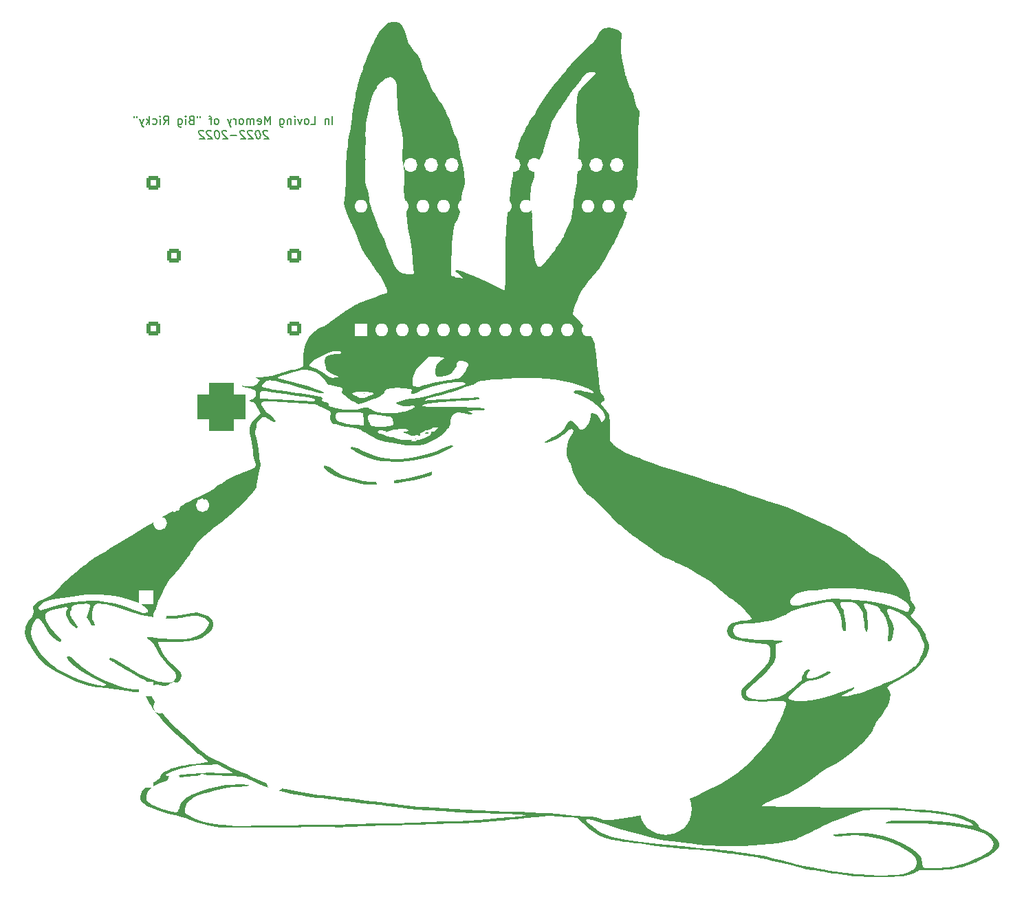
<source format=gbo>
G04 #@! TF.GenerationSoftware,KiCad,Pcbnew,(6.0.8)*
G04 #@! TF.CreationDate,2022-10-01T20:43:50-07:00*
G04 #@! TF.ProjectId,unified_elec_steering,756e6966-6965-4645-9f65-6c65635f7374,rev?*
G04 #@! TF.SameCoordinates,Original*
G04 #@! TF.FileFunction,Legend,Bot*
G04 #@! TF.FilePolarity,Positive*
%FSLAX46Y46*%
G04 Gerber Fmt 4.6, Leading zero omitted, Abs format (unit mm)*
G04 Created by KiCad (PCBNEW (6.0.8)) date 2022-10-01 20:43:50*
%MOMM*%
%LPD*%
G01*
G04 APERTURE LIST*
G04 Aperture macros list*
%AMRoundRect*
0 Rectangle with rounded corners*
0 $1 Rounding radius*
0 $2 $3 $4 $5 $6 $7 $8 $9 X,Y pos of 4 corners*
0 Add a 4 corners polygon primitive as box body*
4,1,4,$2,$3,$4,$5,$6,$7,$8,$9,$2,$3,0*
0 Add four circle primitives for the rounded corners*
1,1,$1+$1,$2,$3*
1,1,$1+$1,$4,$5*
1,1,$1+$1,$6,$7*
1,1,$1+$1,$8,$9*
0 Add four rect primitives between the rounded corners*
20,1,$1+$1,$2,$3,$4,$5,0*
20,1,$1+$1,$4,$5,$6,$7,0*
20,1,$1+$1,$6,$7,$8,$9,0*
20,1,$1+$1,$8,$9,$2,$3,0*%
G04 Aperture macros list end*
%ADD10C,0.150000*%
%ADD11C,0.836200*%
%ADD12C,0.876200*%
%ADD13C,0.010000*%
%ADD14C,2.180000*%
%ADD15C,3.196000*%
%ADD16R,3.196000X3.196000*%
%ADD17C,2.235200*%
%ADD18C,6.400000*%
%ADD19RoundRect,1.500000X1.500000X1.500000X-1.500000X1.500000X-1.500000X-1.500000X1.500000X-1.500000X0*%
%ADD20C,6.000000*%
%ADD21C,1.700000*%
%ADD22O,1.700000X1.700000*%
%ADD23C,1.600000*%
%ADD24RoundRect,0.250000X0.620000X0.620000X-0.620000X0.620000X-0.620000X-0.620000X0.620000X-0.620000X0*%
%ADD25C,1.740000*%
%ADD26R,1.600000X1.600000*%
%ADD27O,1.600000X1.600000*%
G04 APERTURE END LIST*
D10*
X68481672Y-91622619D02*
X68428101Y-91575000D01*
X68326910Y-91527380D01*
X68088815Y-91527380D01*
X67999529Y-91575000D01*
X67957863Y-91622619D01*
X67922148Y-91717857D01*
X67934053Y-91813095D01*
X67999529Y-91955952D01*
X68642386Y-92527380D01*
X68023339Y-92527380D01*
X67279291Y-91527380D02*
X67184053Y-91527380D01*
X67094767Y-91575000D01*
X67053101Y-91622619D01*
X67017386Y-91717857D01*
X66993577Y-91908333D01*
X67023339Y-92146428D01*
X67094767Y-92336904D01*
X67154291Y-92432142D01*
X67207863Y-92479761D01*
X67309053Y-92527380D01*
X67404291Y-92527380D01*
X67493577Y-92479761D01*
X67535244Y-92432142D01*
X67570958Y-92336904D01*
X67594767Y-92146428D01*
X67565005Y-91908333D01*
X67493577Y-91717857D01*
X67434053Y-91622619D01*
X67380482Y-91575000D01*
X67279291Y-91527380D01*
X66576910Y-91622619D02*
X66523339Y-91575000D01*
X66422148Y-91527380D01*
X66184053Y-91527380D01*
X66094767Y-91575000D01*
X66053101Y-91622619D01*
X66017386Y-91717857D01*
X66029291Y-91813095D01*
X66094767Y-91955952D01*
X66737625Y-92527380D01*
X66118577Y-92527380D01*
X65624529Y-91622619D02*
X65570958Y-91575000D01*
X65469767Y-91527380D01*
X65231672Y-91527380D01*
X65142386Y-91575000D01*
X65100720Y-91622619D01*
X65065005Y-91717857D01*
X65076910Y-91813095D01*
X65142386Y-91955952D01*
X65785244Y-92527380D01*
X65166196Y-92527380D01*
X64690005Y-92146428D02*
X63928101Y-92146428D01*
X63434053Y-91622619D02*
X63380482Y-91575000D01*
X63279291Y-91527380D01*
X63041196Y-91527380D01*
X62951910Y-91575000D01*
X62910244Y-91622619D01*
X62874529Y-91717857D01*
X62886434Y-91813095D01*
X62951910Y-91955952D01*
X63594767Y-92527380D01*
X62975720Y-92527380D01*
X62231672Y-91527380D02*
X62136434Y-91527380D01*
X62047148Y-91575000D01*
X62005482Y-91622619D01*
X61969767Y-91717857D01*
X61945958Y-91908333D01*
X61975720Y-92146428D01*
X62047148Y-92336904D01*
X62106672Y-92432142D01*
X62160244Y-92479761D01*
X62261434Y-92527380D01*
X62356672Y-92527380D01*
X62445958Y-92479761D01*
X62487625Y-92432142D01*
X62523339Y-92336904D01*
X62547148Y-92146428D01*
X62517386Y-91908333D01*
X62445958Y-91717857D01*
X62386434Y-91622619D01*
X62332863Y-91575000D01*
X62231672Y-91527380D01*
X61529291Y-91622619D02*
X61475720Y-91575000D01*
X61374529Y-91527380D01*
X61136434Y-91527380D01*
X61047148Y-91575000D01*
X61005482Y-91622619D01*
X60969767Y-91717857D01*
X60981672Y-91813095D01*
X61047148Y-91955952D01*
X61690005Y-92527380D01*
X61070958Y-92527380D01*
X60576910Y-91622619D02*
X60523339Y-91575000D01*
X60422148Y-91527380D01*
X60184053Y-91527380D01*
X60094767Y-91575000D01*
X60053101Y-91622619D01*
X60017386Y-91717857D01*
X60029291Y-91813095D01*
X60094767Y-91955952D01*
X60737625Y-92527380D01*
X60118577Y-92527380D01*
X76452476Y-90749380D02*
X76452476Y-89749380D01*
X75976285Y-90082714D02*
X75976285Y-90749380D01*
X75976285Y-90177952D02*
X75928666Y-90130333D01*
X75833428Y-90082714D01*
X75690571Y-90082714D01*
X75595333Y-90130333D01*
X75547714Y-90225571D01*
X75547714Y-90749380D01*
X73833428Y-90749380D02*
X74309619Y-90749380D01*
X74309619Y-89749380D01*
X73357238Y-90749380D02*
X73452476Y-90701761D01*
X73500095Y-90654142D01*
X73547714Y-90558904D01*
X73547714Y-90273190D01*
X73500095Y-90177952D01*
X73452476Y-90130333D01*
X73357238Y-90082714D01*
X73214380Y-90082714D01*
X73119142Y-90130333D01*
X73071523Y-90177952D01*
X73023904Y-90273190D01*
X73023904Y-90558904D01*
X73071523Y-90654142D01*
X73119142Y-90701761D01*
X73214380Y-90749380D01*
X73357238Y-90749380D01*
X72690571Y-90082714D02*
X72452476Y-90749380D01*
X72214380Y-90082714D01*
X71833428Y-90749380D02*
X71833428Y-90082714D01*
X71833428Y-89749380D02*
X71881047Y-89797000D01*
X71833428Y-89844619D01*
X71785809Y-89797000D01*
X71833428Y-89749380D01*
X71833428Y-89844619D01*
X71357238Y-90082714D02*
X71357238Y-90749380D01*
X71357238Y-90177952D02*
X71309619Y-90130333D01*
X71214380Y-90082714D01*
X71071523Y-90082714D01*
X70976285Y-90130333D01*
X70928666Y-90225571D01*
X70928666Y-90749380D01*
X70023904Y-90082714D02*
X70023904Y-90892238D01*
X70071523Y-90987476D01*
X70119142Y-91035095D01*
X70214380Y-91082714D01*
X70357238Y-91082714D01*
X70452476Y-91035095D01*
X70023904Y-90701761D02*
X70119142Y-90749380D01*
X70309619Y-90749380D01*
X70404857Y-90701761D01*
X70452476Y-90654142D01*
X70500095Y-90558904D01*
X70500095Y-90273190D01*
X70452476Y-90177952D01*
X70404857Y-90130333D01*
X70309619Y-90082714D01*
X70119142Y-90082714D01*
X70023904Y-90130333D01*
X68785809Y-90749380D02*
X68785809Y-89749380D01*
X68452476Y-90463666D01*
X68119142Y-89749380D01*
X68119142Y-90749380D01*
X67262000Y-90701761D02*
X67357238Y-90749380D01*
X67547714Y-90749380D01*
X67642952Y-90701761D01*
X67690571Y-90606523D01*
X67690571Y-90225571D01*
X67642952Y-90130333D01*
X67547714Y-90082714D01*
X67357238Y-90082714D01*
X67262000Y-90130333D01*
X67214380Y-90225571D01*
X67214380Y-90320809D01*
X67690571Y-90416047D01*
X66785809Y-90749380D02*
X66785809Y-90082714D01*
X66785809Y-90177952D02*
X66738190Y-90130333D01*
X66642952Y-90082714D01*
X66500095Y-90082714D01*
X66404857Y-90130333D01*
X66357238Y-90225571D01*
X66357238Y-90749380D01*
X66357238Y-90225571D02*
X66309619Y-90130333D01*
X66214380Y-90082714D01*
X66071523Y-90082714D01*
X65976285Y-90130333D01*
X65928666Y-90225571D01*
X65928666Y-90749380D01*
X65309619Y-90749380D02*
X65404857Y-90701761D01*
X65452476Y-90654142D01*
X65500095Y-90558904D01*
X65500095Y-90273190D01*
X65452476Y-90177952D01*
X65404857Y-90130333D01*
X65309619Y-90082714D01*
X65166761Y-90082714D01*
X65071523Y-90130333D01*
X65023904Y-90177952D01*
X64976285Y-90273190D01*
X64976285Y-90558904D01*
X65023904Y-90654142D01*
X65071523Y-90701761D01*
X65166761Y-90749380D01*
X65309619Y-90749380D01*
X64547714Y-90749380D02*
X64547714Y-90082714D01*
X64547714Y-90273190D02*
X64500095Y-90177952D01*
X64452476Y-90130333D01*
X64357238Y-90082714D01*
X64262000Y-90082714D01*
X64023904Y-90082714D02*
X63785809Y-90749380D01*
X63547714Y-90082714D02*
X63785809Y-90749380D01*
X63881047Y-90987476D01*
X63928666Y-91035095D01*
X64023904Y-91082714D01*
X62262000Y-90749380D02*
X62357238Y-90701761D01*
X62404857Y-90654142D01*
X62452476Y-90558904D01*
X62452476Y-90273190D01*
X62404857Y-90177952D01*
X62357238Y-90130333D01*
X62262000Y-90082714D01*
X62119142Y-90082714D01*
X62023904Y-90130333D01*
X61976285Y-90177952D01*
X61928666Y-90273190D01*
X61928666Y-90558904D01*
X61976285Y-90654142D01*
X62023904Y-90701761D01*
X62119142Y-90749380D01*
X62262000Y-90749380D01*
X61642952Y-90082714D02*
X61262000Y-90082714D01*
X61500095Y-90749380D02*
X61500095Y-89892238D01*
X61452476Y-89797000D01*
X61357238Y-89749380D01*
X61262000Y-89749380D01*
X60214380Y-89749380D02*
X60214380Y-89939857D01*
X59833428Y-89749380D02*
X59833428Y-89939857D01*
X59071523Y-90225571D02*
X58928666Y-90273190D01*
X58881047Y-90320809D01*
X58833428Y-90416047D01*
X58833428Y-90558904D01*
X58881047Y-90654142D01*
X58928666Y-90701761D01*
X59023904Y-90749380D01*
X59404857Y-90749380D01*
X59404857Y-89749380D01*
X59071523Y-89749380D01*
X58976285Y-89797000D01*
X58928666Y-89844619D01*
X58881047Y-89939857D01*
X58881047Y-90035095D01*
X58928666Y-90130333D01*
X58976285Y-90177952D01*
X59071523Y-90225571D01*
X59404857Y-90225571D01*
X58404857Y-90749380D02*
X58404857Y-90082714D01*
X58404857Y-89749380D02*
X58452476Y-89797000D01*
X58404857Y-89844619D01*
X58357238Y-89797000D01*
X58404857Y-89749380D01*
X58404857Y-89844619D01*
X57500095Y-90082714D02*
X57500095Y-90892238D01*
X57547714Y-90987476D01*
X57595333Y-91035095D01*
X57690571Y-91082714D01*
X57833428Y-91082714D01*
X57928666Y-91035095D01*
X57500095Y-90701761D02*
X57595333Y-90749380D01*
X57785809Y-90749380D01*
X57881047Y-90701761D01*
X57928666Y-90654142D01*
X57976285Y-90558904D01*
X57976285Y-90273190D01*
X57928666Y-90177952D01*
X57881047Y-90130333D01*
X57785809Y-90082714D01*
X57595333Y-90082714D01*
X57500095Y-90130333D01*
X55690571Y-90749380D02*
X56023904Y-90273190D01*
X56262000Y-90749380D02*
X56262000Y-89749380D01*
X55881047Y-89749380D01*
X55785809Y-89797000D01*
X55738190Y-89844619D01*
X55690571Y-89939857D01*
X55690571Y-90082714D01*
X55738190Y-90177952D01*
X55785809Y-90225571D01*
X55881047Y-90273190D01*
X56262000Y-90273190D01*
X55262000Y-90749380D02*
X55262000Y-90082714D01*
X55262000Y-89749380D02*
X55309619Y-89797000D01*
X55262000Y-89844619D01*
X55214380Y-89797000D01*
X55262000Y-89749380D01*
X55262000Y-89844619D01*
X54357238Y-90701761D02*
X54452476Y-90749380D01*
X54642952Y-90749380D01*
X54738190Y-90701761D01*
X54785809Y-90654142D01*
X54833428Y-90558904D01*
X54833428Y-90273190D01*
X54785809Y-90177952D01*
X54738190Y-90130333D01*
X54642952Y-90082714D01*
X54452476Y-90082714D01*
X54357238Y-90130333D01*
X53928666Y-90749380D02*
X53928666Y-89749380D01*
X53833428Y-90368428D02*
X53547714Y-90749380D01*
X53547714Y-90082714D02*
X53928666Y-90463666D01*
X53214380Y-90082714D02*
X52976285Y-90749380D01*
X52738190Y-90082714D02*
X52976285Y-90749380D01*
X53071523Y-90987476D01*
X53119142Y-91035095D01*
X53214380Y-91082714D01*
X52404857Y-89749380D02*
X52404857Y-89939857D01*
X52023904Y-89749380D02*
X52023904Y-89939857D01*
G36*
X86805755Y-129466711D02*
G01*
X86755558Y-129516909D01*
X86705360Y-129466711D01*
X86755558Y-129416513D01*
X86805755Y-129466711D01*
G37*
G36*
X91323542Y-130404510D02*
G01*
X91323225Y-130407498D01*
X91231663Y-130499342D01*
X91009096Y-130650699D01*
X90701827Y-130833880D01*
X90356161Y-131021195D01*
X90018404Y-131184956D01*
X89683486Y-131328295D01*
X88696810Y-131676150D01*
X87604887Y-131953730D01*
X86362602Y-132173234D01*
X85675562Y-132252480D01*
X84853279Y-132304224D01*
X84021520Y-132317828D01*
X83232025Y-132293749D01*
X82536533Y-132232449D01*
X81986783Y-132134385D01*
X81135113Y-131889738D01*
X80281548Y-131563766D01*
X79433877Y-131144236D01*
X79227679Y-131029049D01*
X78892035Y-130817840D01*
X78726777Y-130663480D01*
X78721007Y-130553158D01*
X78863825Y-130474061D01*
X78920629Y-130467439D01*
X79182559Y-130524730D01*
X79608231Y-130691119D01*
X80199589Y-130967322D01*
X80993853Y-131325855D01*
X82078383Y-131710049D01*
X83098428Y-131946052D01*
X84027501Y-132026537D01*
X84751313Y-131998849D01*
X85699563Y-131898142D01*
X86689515Y-131734103D01*
X87672710Y-131517623D01*
X88600687Y-131259593D01*
X89424989Y-130970905D01*
X90097156Y-130662447D01*
X90340068Y-130542053D01*
X90707841Y-130400378D01*
X91022120Y-130324387D01*
X91241242Y-130322843D01*
X91323542Y-130404510D01*
G37*
G36*
X80982830Y-123944972D02*
G01*
X80932633Y-123995170D01*
X80882435Y-123944972D01*
X80932633Y-123894774D01*
X80982830Y-123944972D01*
G37*
G36*
X80380459Y-123894774D02*
G01*
X80373214Y-123947923D01*
X80313529Y-123961705D01*
X80301513Y-123946990D01*
X80313529Y-123827844D01*
X80343726Y-123812138D01*
X80380459Y-123894774D01*
G37*
G36*
X88270730Y-128704115D02*
G01*
X88257199Y-128821079D01*
X88179797Y-128875879D01*
X87979475Y-128911344D01*
X87864121Y-128907141D01*
X87821390Y-128872307D01*
X87949992Y-128763967D01*
X87985045Y-128739496D01*
X88159458Y-128673100D01*
X88270730Y-128704115D01*
G37*
G36*
X75790646Y-132842507D02*
G01*
X76187001Y-133031602D01*
X76697353Y-133365531D01*
X76799914Y-133438271D01*
X77205076Y-133702014D01*
X77604052Y-133911308D01*
X78064369Y-134098234D01*
X78653553Y-134294871D01*
X79066887Y-134415478D01*
X79659664Y-134564548D01*
X80224867Y-134683124D01*
X80681645Y-134752944D01*
X80724792Y-134757238D01*
X81310504Y-134785872D01*
X82035029Y-134779812D01*
X82844785Y-134742329D01*
X83686191Y-134676694D01*
X84505666Y-134586179D01*
X85249629Y-134474055D01*
X85747857Y-134373814D01*
X86407174Y-134218967D01*
X87117697Y-134034666D01*
X87817332Y-133837766D01*
X88443985Y-133645121D01*
X88935563Y-133473585D01*
X88938458Y-133472472D01*
X89267678Y-133371166D01*
X89457642Y-133366359D01*
X89493463Y-133452745D01*
X89360257Y-133625014D01*
X89190719Y-133741728D01*
X88824626Y-133912260D01*
X88326278Y-134095911D01*
X87732776Y-134282002D01*
X87081220Y-134459854D01*
X86408710Y-134618787D01*
X85752348Y-134748121D01*
X85149234Y-134837176D01*
X84909470Y-134865702D01*
X84423783Y-134927502D01*
X83994611Y-134986965D01*
X83693502Y-135034398D01*
X83627951Y-135044270D01*
X83309657Y-135073521D01*
X82857317Y-135098698D01*
X82321437Y-135117388D01*
X81752522Y-135127175D01*
X81253470Y-135126398D01*
X80571532Y-135100125D01*
X79960915Y-135033918D01*
X79357998Y-134917195D01*
X78699158Y-134739373D01*
X77920775Y-134489872D01*
X77495500Y-134343347D01*
X77071897Y-134181024D01*
X76729737Y-134020349D01*
X76406230Y-133831065D01*
X76038589Y-133582917D01*
X75915833Y-133495115D01*
X75561835Y-133206565D01*
X75391755Y-132993082D01*
X75404347Y-132853231D01*
X75514899Y-132800866D01*
X75790646Y-132842507D01*
G37*
G36*
X108989183Y-119385589D02*
G01*
X109005515Y-119776509D01*
X109008765Y-119928062D01*
X109029733Y-120243670D01*
X109039149Y-120385400D01*
X109094642Y-120916582D01*
X109166830Y-121435091D01*
X109201361Y-121660994D01*
X109269393Y-122177969D01*
X109319591Y-122658885D01*
X109342997Y-123022982D01*
X109361137Y-123313726D01*
X109434670Y-123633787D01*
X109581830Y-123878251D01*
X109623709Y-123929489D01*
X109889162Y-124301765D01*
X109996098Y-124575332D01*
X109947431Y-124768287D01*
X109746071Y-124898727D01*
X109618150Y-124954927D01*
X109513928Y-125061189D01*
X109558783Y-125215461D01*
X109753260Y-125460384D01*
X109903057Y-125632323D01*
X110245430Y-126052956D01*
X110473799Y-126380316D01*
X110572094Y-126592192D01*
X110576815Y-126632209D01*
X110588848Y-126856078D01*
X110600270Y-127224168D01*
X110609974Y-127696034D01*
X110616856Y-128231230D01*
X110630461Y-129706422D01*
X111053798Y-130188938D01*
X111155381Y-130298925D01*
X111475852Y-130583169D01*
X111878512Y-130852430D01*
X112391627Y-131122166D01*
X113043460Y-131407835D01*
X113862277Y-131724895D01*
X114244001Y-131867736D01*
X114735881Y-132055368D01*
X115165070Y-132222855D01*
X115468601Y-132345856D01*
X115946021Y-132537032D01*
X116606466Y-132780317D01*
X117298766Y-133017420D01*
X117950881Y-133223812D01*
X118490771Y-133374962D01*
X119855058Y-133741716D01*
X121344725Y-134201270D01*
X122697060Y-134684400D01*
X122977895Y-134788015D01*
X123401262Y-134930372D01*
X123751210Y-135033220D01*
X123882620Y-135067701D01*
X124300590Y-135183315D01*
X124704965Y-135301720D01*
X124766528Y-135320545D01*
X124960317Y-135381551D01*
X125173528Y-135452239D01*
X125434308Y-135542613D01*
X125770803Y-135662680D01*
X126211158Y-135822448D01*
X126783519Y-136031921D01*
X127516032Y-136301107D01*
X128230544Y-136561323D01*
X129081156Y-136862101D01*
X129766639Y-137092495D01*
X130276902Y-137249041D01*
X131130206Y-137508782D01*
X132204969Y-137882673D01*
X133234624Y-138289284D01*
X134142119Y-138699696D01*
X134519131Y-138880293D01*
X135081689Y-139140785D01*
X135685167Y-139412777D01*
X136250419Y-139660210D01*
X136752507Y-139877856D01*
X137715502Y-140310929D01*
X138514730Y-140695704D01*
X139168774Y-141041776D01*
X139696215Y-141358740D01*
X140115637Y-141656193D01*
X140650536Y-142073762D01*
X141304357Y-142579007D01*
X141842597Y-142986361D01*
X142289087Y-143312677D01*
X142667657Y-143574811D01*
X143002138Y-143789615D01*
X143316359Y-143973945D01*
X143634152Y-144144653D01*
X143878988Y-144276395D01*
X144308869Y-144529905D01*
X144677732Y-144773867D01*
X144925458Y-144969863D01*
X145168331Y-145198782D01*
X145502553Y-145510084D01*
X145838166Y-145819695D01*
X146005489Y-145983430D01*
X146360704Y-146387475D01*
X146713267Y-146851960D01*
X147036359Y-147335393D01*
X147303158Y-147796282D01*
X147486845Y-148193134D01*
X147560600Y-148484455D01*
X147572277Y-148727415D01*
X147599801Y-149088418D01*
X147642397Y-149324448D01*
X147711513Y-149486057D01*
X147818596Y-149623795D01*
X148084633Y-149968396D01*
X148219192Y-150305422D01*
X148229518Y-150331284D01*
X148183343Y-150640997D01*
X147946467Y-150901098D01*
X147769051Y-151046608D01*
X147664383Y-151234119D01*
X147740146Y-151427522D01*
X147998795Y-151662494D01*
X148095211Y-151740353D01*
X148439708Y-152074354D01*
X148787608Y-152481440D01*
X149100423Y-152910125D01*
X149339666Y-153308921D01*
X149466847Y-153626343D01*
X149483662Y-153695383D01*
X149605292Y-154078514D01*
X149756564Y-154444812D01*
X149826917Y-154600713D01*
X149925579Y-154931031D01*
X149928114Y-155149758D01*
X149929400Y-155260758D01*
X149834366Y-155646751D01*
X149636463Y-156145867D01*
X149575683Y-156279233D01*
X149188428Y-156938198D01*
X148669115Y-157550751D01*
X148000692Y-158132126D01*
X147166108Y-158697557D01*
X146148310Y-159262279D01*
X145608973Y-159538732D01*
X145225684Y-159741758D01*
X144976172Y-159889047D01*
X144837918Y-159998414D01*
X144788405Y-160087674D01*
X144805115Y-160174639D01*
X144865531Y-160277126D01*
X144933066Y-160385719D01*
X145097248Y-160725293D01*
X145156205Y-161055557D01*
X145114046Y-161438951D01*
X144974884Y-161937917D01*
X144911980Y-162108847D01*
X144819670Y-162359683D01*
X144621492Y-162762244D01*
X144350696Y-163194036D01*
X143974480Y-163713266D01*
X143958034Y-163735062D01*
X143673887Y-164119118D01*
X143441795Y-164446386D01*
X143285287Y-164682798D01*
X143227890Y-164794289D01*
X143198792Y-164898252D01*
X143103026Y-165138298D01*
X142963607Y-165448723D01*
X142835903Y-165674729D01*
X142506335Y-166117308D01*
X142054730Y-166623391D01*
X141511032Y-167166118D01*
X140905182Y-167718632D01*
X140267123Y-168254073D01*
X139626797Y-168745582D01*
X139014147Y-169166299D01*
X138459115Y-169489366D01*
X138156115Y-169647876D01*
X137309840Y-170130727D01*
X136559330Y-170631730D01*
X135829154Y-171199949D01*
X135489940Y-171465386D01*
X134867541Y-171902071D01*
X134168231Y-172347429D01*
X133449567Y-172766880D01*
X132769108Y-173125842D01*
X132184411Y-173389734D01*
X131495868Y-173663740D01*
X130794348Y-173948338D01*
X130252543Y-174176658D01*
X129854652Y-174356329D01*
X129584878Y-174494983D01*
X129427419Y-174600250D01*
X129366476Y-174679760D01*
X129386250Y-174741145D01*
X129453908Y-174750942D01*
X129704774Y-174764588D01*
X130121782Y-174779068D01*
X130685371Y-174794133D01*
X131375984Y-174809532D01*
X132174060Y-174825016D01*
X133060041Y-174840336D01*
X134014365Y-174855241D01*
X135017475Y-174869482D01*
X136049811Y-174882809D01*
X137091813Y-174894973D01*
X138123921Y-174905723D01*
X139126577Y-174914810D01*
X140080221Y-174921985D01*
X140965294Y-174926997D01*
X141762235Y-174929597D01*
X142451487Y-174929536D01*
X143013488Y-174926562D01*
X143428680Y-174920427D01*
X143838891Y-174913891D01*
X144562502Y-174914608D01*
X145269924Y-174928854D01*
X145899692Y-174955144D01*
X146390340Y-174991991D01*
X146724029Y-175025384D01*
X147383361Y-175086659D01*
X148076601Y-175146500D01*
X148699431Y-175195703D01*
X149040427Y-175221489D01*
X149977160Y-175299463D01*
X150785936Y-175377918D01*
X151448582Y-175454816D01*
X151946927Y-175528115D01*
X152262800Y-175595777D01*
X152609841Y-175668093D01*
X152965567Y-175699444D01*
X153048047Y-175705718D01*
X153366802Y-175773161D01*
X153796052Y-175899863D01*
X154284174Y-176067449D01*
X154779542Y-176257550D01*
X155230532Y-176451793D01*
X155585518Y-176631806D01*
X155874341Y-176851752D01*
X155998918Y-177104038D01*
X156037595Y-177230519D01*
X156159754Y-177368735D01*
X156398564Y-177524352D01*
X156789269Y-177725062D01*
X156932646Y-177796594D01*
X157583192Y-178179024D01*
X158080359Y-178577005D01*
X158408942Y-178976420D01*
X158553737Y-179363154D01*
X158557452Y-179394708D01*
X158562496Y-179437542D01*
X158565493Y-179637756D01*
X158506843Y-179808390D01*
X158358555Y-180005385D01*
X158092640Y-180284684D01*
X157791781Y-180557615D01*
X157475204Y-180790354D01*
X157221105Y-180923215D01*
X156987665Y-181016258D01*
X156629568Y-181185723D01*
X156259703Y-181382120D01*
X155939064Y-181552238D01*
X155668652Y-181675422D01*
X155511678Y-181722442D01*
X155335165Y-181761703D01*
X155091845Y-181864081D01*
X154924090Y-181937974D01*
X154590717Y-182058746D01*
X154218372Y-182173649D01*
X153858568Y-182270573D01*
X153248190Y-182411160D01*
X152652169Y-182510167D01*
X152016887Y-182573895D01*
X151288722Y-182608645D01*
X150414056Y-182620718D01*
X150245531Y-182621388D01*
X149592997Y-182628947D01*
X149111843Y-182645196D01*
X148778037Y-182671890D01*
X148567549Y-182710783D01*
X148456348Y-182763629D01*
X148380729Y-182823002D01*
X147971603Y-183038691D01*
X147410988Y-183219986D01*
X146737250Y-183356411D01*
X145988759Y-183437487D01*
X145477979Y-183461691D01*
X144760402Y-183477064D01*
X143958868Y-183479067D01*
X143114042Y-183468772D01*
X142266591Y-183447254D01*
X141457181Y-183415586D01*
X140726479Y-183374843D01*
X140115149Y-183326100D01*
X139663858Y-183270429D01*
X139571664Y-183255347D01*
X139041751Y-183170541D01*
X138502481Y-183086772D01*
X138057534Y-183020191D01*
X137684135Y-182962913D01*
X137245946Y-182889131D01*
X136902988Y-182824487D01*
X136741605Y-182793430D01*
X136317467Y-182724497D01*
X135899036Y-182669538D01*
X135602306Y-182631983D01*
X134889220Y-182510321D01*
X134043462Y-182327313D01*
X133037771Y-182077316D01*
X132706589Y-181991187D01*
X131649571Y-181720050D01*
X130745227Y-181495680D01*
X129962086Y-181311482D01*
X129268682Y-181160861D01*
X128633546Y-181037221D01*
X128025211Y-180933968D01*
X127412207Y-180844505D01*
X126763068Y-180762239D01*
X126271892Y-180702244D01*
X125727012Y-180632843D01*
X125249639Y-180569215D01*
X124905755Y-180519966D01*
X124704146Y-180491407D01*
X124226922Y-180432292D01*
X123614107Y-180363250D01*
X122906272Y-180288413D01*
X122143991Y-180211914D01*
X121367836Y-180137886D01*
X120618378Y-180070461D01*
X119936190Y-180013771D01*
X119614915Y-179987571D01*
X118836712Y-179918032D01*
X118014990Y-179837586D01*
X117198493Y-179751477D01*
X116435968Y-179664946D01*
X115776159Y-179583238D01*
X115267811Y-179511597D01*
X114866943Y-179452040D01*
X114316608Y-179375887D01*
X113812079Y-179311251D01*
X113346847Y-179255007D01*
X112775996Y-179185837D01*
X112255953Y-179122681D01*
X112145310Y-179108451D01*
X111536802Y-179008174D01*
X110898454Y-178872417D01*
X110287612Y-178715642D01*
X109761619Y-178552309D01*
X109377823Y-178396882D01*
X108976606Y-178178232D01*
X108166916Y-177622958D01*
X107333110Y-176897160D01*
X106898402Y-176481514D01*
X107687969Y-176481514D01*
X107770190Y-176647733D01*
X107995630Y-176884618D01*
X108330024Y-177167404D01*
X108739107Y-177471892D01*
X109188613Y-177773883D01*
X109644276Y-178049180D01*
X110071830Y-178273582D01*
X110437010Y-178422892D01*
X110965054Y-178565042D01*
X111704698Y-178717163D01*
X112644534Y-178875613D01*
X113784309Y-179040360D01*
X115123773Y-179211369D01*
X116662672Y-179388606D01*
X118400755Y-179572038D01*
X120337771Y-179761629D01*
X120744654Y-179800147D01*
X121761916Y-179896798D01*
X122612890Y-179978457D01*
X123322389Y-180047773D01*
X123915222Y-180107394D01*
X124416202Y-180159967D01*
X124850139Y-180208140D01*
X125241845Y-180254559D01*
X125616130Y-180301874D01*
X125997806Y-180352732D01*
X126411684Y-180409779D01*
X127259373Y-180529532D01*
X128181862Y-180665400D01*
X128924004Y-180782291D01*
X129496614Y-180882006D01*
X129910510Y-180966348D01*
X130176506Y-181037119D01*
X130363702Y-181093133D01*
X130735838Y-181190119D01*
X131130261Y-181280743D01*
X131483146Y-181358818D01*
X131966658Y-181473109D01*
X132467897Y-181597766D01*
X132944197Y-181721645D01*
X133352892Y-181833603D01*
X133651316Y-181922496D01*
X133796804Y-181977181D01*
X133860753Y-181997079D01*
X134102797Y-182050230D01*
X134494465Y-182126922D01*
X135006649Y-182222067D01*
X135610240Y-182330578D01*
X136276128Y-182447370D01*
X136975205Y-182567355D01*
X137678362Y-182685447D01*
X138356490Y-182796559D01*
X138980479Y-182895604D01*
X139521221Y-182977496D01*
X139800205Y-183013648D01*
X140334536Y-183070186D01*
X140972755Y-183127330D01*
X141657720Y-183180081D01*
X142332288Y-183223441D01*
X142902694Y-183254835D01*
X143430813Y-183281781D01*
X143859100Y-183301381D01*
X144154020Y-183312104D01*
X144282040Y-183312419D01*
X144380360Y-183303171D01*
X144646508Y-183283991D01*
X145030474Y-183259026D01*
X145486783Y-183231339D01*
X145985783Y-183195475D01*
X146527890Y-183128370D01*
X146970901Y-183026718D01*
X147373142Y-182876121D01*
X147792939Y-182662187D01*
X147870830Y-182615880D01*
X148225779Y-182295034D01*
X148402770Y-181912319D01*
X148400889Y-181496063D01*
X148219225Y-181074591D01*
X147856867Y-180676228D01*
X147171805Y-180169659D01*
X146108592Y-179568383D01*
X144924978Y-179077575D01*
X143653606Y-178706277D01*
X142327119Y-178463531D01*
X140978157Y-178358380D01*
X139639365Y-178399866D01*
X139535630Y-178408810D01*
X138954380Y-178445566D01*
X138514895Y-178448818D01*
X138231426Y-178419841D01*
X138118225Y-178359907D01*
X138189543Y-178270292D01*
X138268048Y-178243686D01*
X138536785Y-178201543D01*
X138944907Y-178163371D01*
X139454073Y-178130749D01*
X140025946Y-178105256D01*
X140622187Y-178088472D01*
X141204459Y-178081976D01*
X141734422Y-178087348D01*
X142173739Y-178106166D01*
X142847669Y-178175627D01*
X144187416Y-178440091D01*
X145523247Y-178859785D01*
X146799629Y-179415687D01*
X147961032Y-180088771D01*
X148172886Y-180234785D01*
X148601036Y-180579877D01*
X148877983Y-180908108D01*
X149030632Y-181257174D01*
X149085888Y-181664772D01*
X149099646Y-181883296D01*
X149137600Y-182153828D01*
X149186413Y-182293231D01*
X149226868Y-182312237D01*
X149442595Y-182344655D01*
X149799296Y-182364669D01*
X150256165Y-182372772D01*
X150772398Y-182369456D01*
X151307188Y-182355214D01*
X151819729Y-182330538D01*
X152269217Y-182295920D01*
X152614846Y-182251853D01*
X152922266Y-182190924D01*
X153743599Y-181973183D01*
X154632376Y-181673230D01*
X155520837Y-181315223D01*
X156341221Y-180923319D01*
X156586973Y-180792862D01*
X157045623Y-180533289D01*
X157365272Y-180316318D01*
X157577131Y-180114724D01*
X157712408Y-179901282D01*
X157802313Y-179648767D01*
X157802657Y-179647520D01*
X157848161Y-179394708D01*
X157803154Y-179181798D01*
X157647421Y-178912728D01*
X157612099Y-178861727D01*
X157261189Y-178502127D01*
X156751905Y-178179665D01*
X156076007Y-177891326D01*
X155225255Y-177634098D01*
X154191409Y-177404967D01*
X152966230Y-177200921D01*
X152527397Y-177142811D01*
X151548709Y-177042387D01*
X150453023Y-176961067D01*
X149295336Y-176901401D01*
X148130645Y-176865940D01*
X147013946Y-176857235D01*
X146000237Y-176877836D01*
X145657380Y-176890235D01*
X145171463Y-176902790D01*
X144844694Y-176900968D01*
X144650391Y-176883219D01*
X144561871Y-176847994D01*
X144552451Y-176793742D01*
X144571596Y-176759673D01*
X144698813Y-176681953D01*
X144949439Y-176620944D01*
X145338908Y-176575182D01*
X145882651Y-176543204D01*
X146596100Y-176523546D01*
X147494688Y-176514746D01*
X148330170Y-176519084D01*
X149721949Y-176559009D01*
X151069074Y-176637172D01*
X152332930Y-176750493D01*
X153474904Y-176895890D01*
X154456379Y-177070281D01*
X154880316Y-177143481D01*
X155183717Y-177156616D01*
X155320163Y-177105279D01*
X155280802Y-176993106D01*
X155056780Y-176823730D01*
X154976207Y-176775370D01*
X154234294Y-176417340D01*
X153327787Y-176108412D01*
X152285034Y-175855613D01*
X151134381Y-175665969D01*
X149904174Y-175546506D01*
X149613529Y-175526500D01*
X149093761Y-175488220D01*
X148469250Y-175440290D01*
X147794252Y-175386891D01*
X147123023Y-175332205D01*
X146821256Y-175308795D01*
X145695838Y-175245002D01*
X144556530Y-175213115D01*
X143508794Y-175216509D01*
X141772158Y-175256316D01*
X140567415Y-175722694D01*
X140128655Y-175891305D01*
X139496536Y-176131129D01*
X138877603Y-176363008D01*
X138358720Y-176554240D01*
X138111037Y-176650040D01*
X137593310Y-176870513D01*
X136989539Y-177145851D01*
X136355869Y-177450172D01*
X135748443Y-177757594D01*
X135322711Y-177977439D01*
X134773258Y-178254774D01*
X134275617Y-178499122D01*
X133871599Y-178690032D01*
X133603016Y-178807051D01*
X133401738Y-178877265D01*
X132827832Y-179025746D01*
X132095463Y-179164900D01*
X131233634Y-179292458D01*
X130271351Y-179406154D01*
X129237619Y-179503721D01*
X128161443Y-179582891D01*
X127071827Y-179641396D01*
X125997778Y-179676970D01*
X124968300Y-179687346D01*
X124012397Y-179670256D01*
X123159075Y-179623432D01*
X123011573Y-179611533D01*
X122346011Y-179552337D01*
X121663762Y-179484158D01*
X121037166Y-179414519D01*
X120538562Y-179350941D01*
X120338715Y-179323639D01*
X119697250Y-179244387D01*
X119015551Y-179169665D01*
X118411112Y-179112634D01*
X118227235Y-179095570D01*
X117445859Y-178989919D01*
X116544412Y-178819138D01*
X115512328Y-178580483D01*
X114339043Y-178271208D01*
X113013991Y-177888567D01*
X111526608Y-177429816D01*
X109866328Y-176892209D01*
X109776661Y-176862764D01*
X109052393Y-176639257D01*
X108471017Y-176487423D01*
X108042905Y-176409217D01*
X107778432Y-176406596D01*
X107687969Y-176481514D01*
X106898402Y-176481514D01*
X106626868Y-176221887D01*
X105827181Y-176158725D01*
X105640095Y-176143638D01*
X105114842Y-176099411D01*
X104527402Y-176048049D01*
X103973344Y-175997845D01*
X103719006Y-175976738D01*
X102931126Y-175951173D01*
X102316822Y-176001202D01*
X102111799Y-176032334D01*
X101663737Y-176090055D01*
X101137945Y-176149136D01*
X100610103Y-176200730D01*
X100367676Y-176222607D01*
X99716668Y-176283109D01*
X99040430Y-176347892D01*
X98451605Y-176406231D01*
X98035868Y-176448564D01*
X97424426Y-176510972D01*
X96877743Y-176566239D01*
X96380203Y-176615118D01*
X95916190Y-176658363D01*
X95470088Y-176696728D01*
X95026281Y-176730967D01*
X94569154Y-176761832D01*
X94083091Y-176790079D01*
X93552475Y-176816460D01*
X92961692Y-176841729D01*
X92295125Y-176866640D01*
X91537158Y-176891947D01*
X90672175Y-176918404D01*
X89684562Y-176946763D01*
X88558701Y-176977779D01*
X87278978Y-177012206D01*
X85829775Y-177050797D01*
X84195479Y-177094305D01*
X84078771Y-177097445D01*
X83130615Y-177124710D01*
X82195521Y-177154510D01*
X81304768Y-177185649D01*
X80489635Y-177216936D01*
X79781401Y-177247176D01*
X79211346Y-177275176D01*
X78810749Y-177299743D01*
X78283389Y-177330039D01*
X77276423Y-177344809D01*
X76351065Y-177303759D01*
X75699857Y-177268952D01*
X74765577Y-177265074D01*
X73804570Y-177306653D01*
X73483778Y-177323412D01*
X72943365Y-177341979D01*
X72252762Y-177358896D01*
X71439321Y-177373741D01*
X70530395Y-177386092D01*
X69553337Y-177395527D01*
X68535498Y-177401623D01*
X67504231Y-177403957D01*
X62609426Y-177405446D01*
X61191682Y-177104921D01*
X60583721Y-176962938D01*
X59956151Y-176792607D01*
X59391958Y-176616822D01*
X58958423Y-176455159D01*
X58889343Y-176426036D01*
X58404610Y-176240520D01*
X57905663Y-176075429D01*
X57490340Y-175963526D01*
X56271857Y-175673190D01*
X55218201Y-175368614D01*
X54354212Y-175055750D01*
X53682664Y-174735744D01*
X53206328Y-174409742D01*
X52927976Y-174078887D01*
X52921226Y-174066255D01*
X52806502Y-173808854D01*
X52789013Y-173588266D01*
X52790903Y-173580307D01*
X53557249Y-173580307D01*
X53618542Y-173971948D01*
X53813630Y-174281654D01*
X53909631Y-174358422D01*
X54245268Y-174554911D01*
X54706350Y-174769564D01*
X55244012Y-174984742D01*
X55809390Y-175182807D01*
X56353618Y-175346120D01*
X56827831Y-175457042D01*
X57183165Y-175497936D01*
X57370872Y-175477102D01*
X57494784Y-175370505D01*
X57585457Y-175121454D01*
X57602468Y-175058798D01*
X57664992Y-174798116D01*
X57690571Y-174637549D01*
X57690596Y-174635733D01*
X57769573Y-174452266D01*
X57972114Y-174199868D01*
X58255480Y-173920700D01*
X58576931Y-173656921D01*
X58893730Y-173450690D01*
X59144082Y-173329004D01*
X59663410Y-173120869D01*
X60307109Y-172899313D01*
X61030938Y-172678357D01*
X61790654Y-172472025D01*
X62542015Y-172294339D01*
X62807307Y-172240642D01*
X63417484Y-172149484D01*
X64079818Y-172099642D01*
X64867640Y-172084498D01*
X65008460Y-172084963D01*
X65485748Y-172094042D01*
X65871924Y-172112944D01*
X66130435Y-172139342D01*
X66224728Y-172170909D01*
X66139071Y-172229857D01*
X65893352Y-172288191D01*
X65529754Y-172337545D01*
X65090647Y-172372232D01*
X64618404Y-172386564D01*
X64265764Y-172401535D01*
X63571531Y-172482219D01*
X62792577Y-172621836D01*
X61976393Y-172808043D01*
X61170469Y-173028495D01*
X60422295Y-173270846D01*
X59779360Y-173522753D01*
X59289154Y-173771870D01*
X58965104Y-174005105D01*
X58611348Y-174375373D01*
X58383849Y-174768373D01*
X58293986Y-175152425D01*
X58353133Y-175495851D01*
X58572670Y-175766969D01*
X58769222Y-175901584D01*
X59486575Y-176271879D01*
X60386091Y-176587964D01*
X61458618Y-176847001D01*
X62695005Y-177046149D01*
X63085136Y-177089328D01*
X63793411Y-177145188D01*
X64519184Y-177180371D01*
X65154689Y-177188634D01*
X67607774Y-177155204D01*
X70784777Y-177107951D01*
X73799830Y-177058396D01*
X76650159Y-177006622D01*
X79332990Y-176952712D01*
X81845549Y-176896747D01*
X84185062Y-176838810D01*
X86348755Y-176778984D01*
X88333853Y-176717351D01*
X90137583Y-176653994D01*
X91757170Y-176588994D01*
X93189841Y-176522435D01*
X94432821Y-176454399D01*
X95483335Y-176384968D01*
X96338611Y-176314225D01*
X96995874Y-176242252D01*
X97261458Y-176209643D01*
X97923501Y-176139380D01*
X98620379Y-176077109D01*
X99239084Y-176033355D01*
X99622905Y-176007157D01*
X99996588Y-175967998D01*
X100203610Y-175925989D01*
X100226914Y-175883714D01*
X100208558Y-175874898D01*
X100068671Y-175838815D01*
X99821593Y-175806141D01*
X99453954Y-175776222D01*
X98952382Y-175748407D01*
X98303507Y-175722043D01*
X97493958Y-175696476D01*
X96510363Y-175671055D01*
X95339352Y-175645126D01*
X94640672Y-175628229D01*
X93891039Y-175605014D01*
X93198884Y-175578500D01*
X92600031Y-175550223D01*
X92130301Y-175521718D01*
X91825518Y-175494520D01*
X91744841Y-175485309D01*
X91364579Y-175450891D01*
X90838975Y-175412082D01*
X90210385Y-175371658D01*
X89521162Y-175332397D01*
X88813660Y-175297075D01*
X88563516Y-175285089D01*
X87879292Y-175247962D01*
X87241962Y-175207436D01*
X86689964Y-175166293D01*
X86261734Y-175127310D01*
X85995709Y-175093269D01*
X85902827Y-175077525D01*
X85489247Y-175016167D01*
X84904668Y-174938246D01*
X84170887Y-174846389D01*
X83309699Y-174743224D01*
X82342903Y-174631378D01*
X81292294Y-174513479D01*
X80179668Y-174392153D01*
X79639385Y-174332339D01*
X79036285Y-174261561D01*
X78503269Y-174194847D01*
X78083559Y-174137635D01*
X77820380Y-174095362D01*
X77574928Y-174055658D01*
X77150462Y-174000451D01*
X76642268Y-173943737D01*
X76113660Y-173893023D01*
X75722113Y-173856033D01*
X75097777Y-173788477D01*
X74495892Y-173714669D01*
X74005360Y-173645063D01*
X73873438Y-173624350D01*
X73389545Y-173550194D01*
X72937307Y-173483311D01*
X72600006Y-173436086D01*
X72420774Y-173408860D01*
X71953564Y-173321992D01*
X71371278Y-173200214D01*
X70725702Y-173055604D01*
X70068619Y-172900244D01*
X69451815Y-172746211D01*
X68927073Y-172605588D01*
X68546179Y-172490452D01*
X68360906Y-172423299D01*
X67921893Y-172244847D01*
X67422287Y-172023910D01*
X66938168Y-171793466D01*
X66645329Y-171650409D01*
X66217014Y-171449605D01*
X65854328Y-171289176D01*
X65613819Y-171194690D01*
X65581895Y-171185816D01*
X65333225Y-171145605D01*
X64928554Y-171103511D01*
X64404079Y-171062455D01*
X63795996Y-171025357D01*
X63140501Y-170995138D01*
X62756981Y-170982079D01*
X61134714Y-170969234D01*
X59639327Y-171028290D01*
X58280096Y-171157453D01*
X57066300Y-171354928D01*
X56007217Y-171618921D01*
X55112122Y-171947636D01*
X54390295Y-172339280D01*
X53851012Y-172792057D01*
X53829399Y-172816335D01*
X53628089Y-173173010D01*
X53557249Y-173580307D01*
X52790903Y-173580307D01*
X52859015Y-173293521D01*
X52992018Y-172987651D01*
X53311776Y-172584231D01*
X53802385Y-172191520D01*
X54478483Y-171795986D01*
X54704530Y-171675182D01*
X55022073Y-171479814D01*
X55198810Y-171318865D01*
X55265699Y-171167625D01*
X55318612Y-170990070D01*
X55354526Y-170929952D01*
X55941436Y-170929952D01*
X55975874Y-170982345D01*
X56172701Y-171030350D01*
X56518427Y-171036905D01*
X56984043Y-171002083D01*
X57540538Y-170925956D01*
X57879629Y-170874301D01*
X59030097Y-170743371D01*
X60251916Y-170661928D01*
X61457759Y-170634501D01*
X62560301Y-170665619D01*
X62721719Y-170674828D01*
X63226866Y-170696045D01*
X63654833Y-170702840D01*
X63964603Y-170695031D01*
X64115158Y-170672440D01*
X64132675Y-170620955D01*
X64012021Y-170511083D01*
X63725266Y-170342919D01*
X63261799Y-170109463D01*
X62259115Y-169624814D01*
X61104570Y-169646502D01*
X60627995Y-169660623D01*
X59969249Y-169704650D01*
X59332427Y-169784282D01*
X58646821Y-169909104D01*
X57841724Y-170088697D01*
X57530038Y-170171710D01*
X57073867Y-170321406D01*
X56645532Y-170490402D01*
X56286422Y-170660374D01*
X56037926Y-170812998D01*
X55941436Y-170929952D01*
X55354526Y-170929952D01*
X55466490Y-170742533D01*
X55506605Y-170702452D01*
X55778224Y-170516909D01*
X56177604Y-170319526D01*
X56649572Y-170135170D01*
X57138957Y-169988710D01*
X57291830Y-169950579D01*
X57676557Y-169853725D01*
X57992317Y-169773145D01*
X58174383Y-169733550D01*
X58548490Y-169671747D01*
X58946071Y-169622768D01*
X59287334Y-169588384D01*
X59978006Y-169512958D01*
X60492901Y-169446159D01*
X60849433Y-169385206D01*
X61065016Y-169327317D01*
X61157065Y-169269713D01*
X61158281Y-169258133D01*
X61073960Y-169147740D01*
X60873832Y-168965379D01*
X60598884Y-168744368D01*
X60290099Y-168518027D01*
X59988464Y-168319676D01*
X59961235Y-168300674D01*
X59790638Y-168160203D01*
X59515540Y-167918917D01*
X59167516Y-167604826D01*
X58778138Y-167245940D01*
X58684833Y-167159241D01*
X58275926Y-166782876D01*
X57897075Y-166439463D01*
X57587012Y-166163879D01*
X57384467Y-165990999D01*
X57300019Y-165920705D01*
X56935053Y-165587333D01*
X56501642Y-165156977D01*
X56030236Y-164663380D01*
X55551283Y-164140283D01*
X55095232Y-163621429D01*
X54692532Y-163140559D01*
X54373631Y-162731416D01*
X54168979Y-162427741D01*
X53942659Y-162025020D01*
X53687227Y-161540486D01*
X53528864Y-161194697D01*
X53474530Y-161001945D01*
X53468325Y-160970255D01*
X53342181Y-160844626D01*
X53110795Y-160739045D01*
X52850011Y-160680996D01*
X52635673Y-160697963D01*
X52610307Y-160703565D01*
X52406195Y-160704019D01*
X52057007Y-160676567D01*
X51604222Y-160625086D01*
X51182378Y-160566398D01*
X54011019Y-160566398D01*
X54110623Y-160766190D01*
X54113027Y-160770397D01*
X54229406Y-161025069D01*
X54277692Y-161231186D01*
X54281381Y-161260186D01*
X54356870Y-161460460D01*
X54507448Y-161762545D01*
X54703629Y-162115073D01*
X54915929Y-162466675D01*
X55114864Y-162765984D01*
X55270949Y-162961632D01*
X55352807Y-163049505D01*
X55554196Y-163279596D01*
X55783621Y-163552923D01*
X55980039Y-163786491D01*
X56401549Y-164261834D01*
X56852856Y-164743970D01*
X57294635Y-165192422D01*
X57687564Y-165566713D01*
X57992317Y-165826366D01*
X58155259Y-165957826D01*
X58484802Y-166243918D01*
X58866703Y-166592212D01*
X59247257Y-166954431D01*
X59477562Y-167177921D01*
X59889058Y-167566865D01*
X60267710Y-167902714D01*
X60637730Y-168200021D01*
X61023329Y-168473342D01*
X61448721Y-168737232D01*
X61938117Y-169006245D01*
X62515729Y-169294936D01*
X63205770Y-169617859D01*
X64032451Y-169989571D01*
X65019985Y-170424624D01*
X65359133Y-170575616D01*
X65458757Y-170620955D01*
X65896063Y-170819974D01*
X66475365Y-171088101D01*
X67019269Y-171344226D01*
X67058447Y-171362780D01*
X67625168Y-171614294D01*
X68265619Y-171873384D01*
X68928650Y-172121580D01*
X69563110Y-172340414D01*
X70117852Y-172511416D01*
X70541724Y-172616117D01*
X70556012Y-172618886D01*
X70791431Y-172667497D01*
X71144915Y-172743402D01*
X71545676Y-172831419D01*
X72851181Y-173091301D01*
X74858720Y-173383398D01*
X74922594Y-173390655D01*
X75351145Y-173439307D01*
X75922557Y-173504136D01*
X76589552Y-173579780D01*
X77304849Y-173660876D01*
X78021170Y-173742062D01*
X78226435Y-173765451D01*
X78908582Y-173844940D01*
X79549933Y-173922183D01*
X80110791Y-173992252D01*
X80551458Y-174050216D01*
X80832238Y-174091146D01*
X81203046Y-174144412D01*
X81706644Y-174203752D01*
X82187573Y-174249143D01*
X82377565Y-174265690D01*
X82881761Y-174318108D01*
X83450987Y-174385618D01*
X83994688Y-174457764D01*
X84825279Y-174572310D01*
X85644323Y-174675742D01*
X86363216Y-174753614D01*
X87034150Y-174811506D01*
X87709313Y-174855000D01*
X88040722Y-174874068D01*
X88678493Y-174913715D01*
X89354374Y-174958545D01*
X89968206Y-175002038D01*
X90263134Y-175023347D01*
X91513694Y-175104566D01*
X92933025Y-175183912D01*
X94495726Y-175260126D01*
X96176395Y-175331947D01*
X97949629Y-175398114D01*
X99498527Y-175456007D01*
X100915082Y-175518196D01*
X102147636Y-175583094D01*
X103204730Y-175651198D01*
X104094905Y-175723006D01*
X104826704Y-175799017D01*
X104958411Y-175813875D01*
X105445807Y-175860770D01*
X105724673Y-175883714D01*
X106047330Y-175910261D01*
X106698936Y-175957300D01*
X107336585Y-175996841D01*
X107810768Y-176025990D01*
X108397712Y-176074432D01*
X108845270Y-176131845D01*
X109190652Y-176203413D01*
X109471061Y-176294323D01*
X109595441Y-176341168D01*
X109863296Y-176421774D01*
X110142897Y-176467361D01*
X110471455Y-176478030D01*
X110886180Y-176453884D01*
X111424285Y-176395023D01*
X112122981Y-176301548D01*
X112532468Y-176240789D01*
X113677938Y-176039172D01*
X114853320Y-175791152D01*
X116000983Y-175510455D01*
X117063298Y-175210807D01*
X117982632Y-174905935D01*
X118343465Y-174766799D01*
X118950332Y-174513816D01*
X119662400Y-174201167D01*
X120447482Y-173844290D01*
X121273392Y-173458621D01*
X122107941Y-173059596D01*
X122918943Y-172662652D01*
X123674211Y-172283226D01*
X124341556Y-171936753D01*
X124888793Y-171638672D01*
X125283734Y-171404418D01*
X126280710Y-170712154D01*
X127323371Y-169855958D01*
X128347949Y-168867278D01*
X129388829Y-167715211D01*
X129390080Y-167713744D01*
X129887086Y-167123633D01*
X130265917Y-166655071D01*
X130544726Y-166282285D01*
X130741665Y-165979503D01*
X130874888Y-165720952D01*
X130962545Y-165480859D01*
X130983993Y-165413378D01*
X131139412Y-165037744D01*
X131324189Y-164706008D01*
X131416347Y-164551153D01*
X131578792Y-164223766D01*
X131758557Y-163816299D01*
X131938760Y-163372497D01*
X132102523Y-162936105D01*
X132232964Y-162550869D01*
X132313203Y-162260534D01*
X132326361Y-162108847D01*
X132317959Y-162088111D01*
X132201543Y-161925377D01*
X131999641Y-161822017D01*
X131684478Y-161773405D01*
X131228279Y-161774918D01*
X130603269Y-161821929D01*
X129463363Y-161882670D01*
X128371846Y-161847822D01*
X128208941Y-161834306D01*
X127786339Y-161793737D01*
X127504226Y-161748755D01*
X127316681Y-161685625D01*
X127177782Y-161590614D01*
X127041609Y-161449989D01*
X126925010Y-161298664D01*
X126772990Y-160905134D01*
X126812295Y-160499056D01*
X127038721Y-160098318D01*
X127448064Y-159720805D01*
X127484458Y-159693678D01*
X127721674Y-159499080D01*
X128055391Y-159207665D01*
X128446474Y-158854119D01*
X128855787Y-158473129D01*
X128874855Y-158455090D01*
X129416405Y-157920324D01*
X129815107Y-157465805D01*
X130090754Y-157055963D01*
X130263140Y-156655228D01*
X130352056Y-156228029D01*
X130377297Y-155738797D01*
X130363840Y-155339582D01*
X130314306Y-155061721D01*
X130221754Y-154912801D01*
X130152034Y-154878045D01*
X129899647Y-154812429D01*
X129528833Y-154751045D01*
X129092307Y-154703654D01*
X128937779Y-154690441D01*
X128133570Y-154605342D01*
X127377938Y-154499383D01*
X126701287Y-154378548D01*
X126134018Y-154248821D01*
X125706531Y-154116185D01*
X125449229Y-153986624D01*
X125442089Y-153981008D01*
X125189404Y-153663922D01*
X125069872Y-153265421D01*
X125807546Y-153265421D01*
X125933373Y-153589694D01*
X126174136Y-153819754D01*
X126191279Y-153828816D01*
X126496727Y-153958383D01*
X126879298Y-154061925D01*
X127363678Y-154142694D01*
X127974553Y-154203942D01*
X128736608Y-154248921D01*
X129674530Y-154280884D01*
X129913452Y-154287494D01*
X130532881Y-154309299D01*
X131073741Y-154334986D01*
X131505485Y-154362703D01*
X131797564Y-154390602D01*
X131919431Y-154416831D01*
X131917399Y-154456148D01*
X131783429Y-154541604D01*
X131528041Y-154632330D01*
X131050248Y-154767278D01*
X131071402Y-155646851D01*
X131071433Y-155648124D01*
X131073542Y-156116168D01*
X131046117Y-156452143D01*
X130978598Y-156723717D01*
X130860420Y-156998561D01*
X130857269Y-157004888D01*
X130682852Y-157273124D01*
X130393187Y-157635861D01*
X130022918Y-158056323D01*
X129606689Y-158497735D01*
X129179144Y-158923320D01*
X128774927Y-159296305D01*
X128428682Y-159579912D01*
X128006405Y-159910054D01*
X127648688Y-160248010D01*
X127443360Y-160541200D01*
X127374903Y-160812983D01*
X127427803Y-161086719D01*
X127577014Y-161267344D01*
X127903566Y-161429867D01*
X128367544Y-161543893D01*
X128937381Y-161604340D01*
X129581513Y-161606125D01*
X130268375Y-161544163D01*
X130567699Y-161499866D01*
X131156889Y-161380068D01*
X131654946Y-161213574D01*
X132117366Y-160973984D01*
X132599647Y-160634899D01*
X133157286Y-160169919D01*
X133312353Y-160034186D01*
X133706536Y-159685802D01*
X133976104Y-159437586D01*
X134142026Y-159266232D01*
X134225272Y-159148433D01*
X134246810Y-159060884D01*
X134227609Y-158980277D01*
X134235767Y-158891281D01*
X134329819Y-158670322D01*
X134494999Y-158393900D01*
X134643825Y-158190181D01*
X134854147Y-157989157D01*
X135052789Y-157928766D01*
X135191669Y-157935654D01*
X135279180Y-157986199D01*
X135229232Y-158114647D01*
X135040893Y-158354341D01*
X135020377Y-158379135D01*
X134844224Y-158669408D01*
X134843490Y-158877272D01*
X135007625Y-158994659D01*
X135326078Y-159013503D01*
X135788297Y-158925739D01*
X136090782Y-158829095D01*
X136472324Y-158677662D01*
X136830390Y-158510049D01*
X137109253Y-158352650D01*
X137253192Y-158231861D01*
X137352626Y-158165798D01*
X137543273Y-158132330D01*
X137725345Y-158149538D01*
X137806546Y-158219486D01*
X137791846Y-158255349D01*
X137649717Y-158389250D01*
X137398168Y-158563763D01*
X137088640Y-158747467D01*
X136772573Y-158908936D01*
X136501407Y-159016749D01*
X136281549Y-159075061D01*
X135902087Y-159159699D01*
X135497455Y-159237286D01*
X135178435Y-159308194D01*
X134786448Y-159432078D01*
X134497287Y-159564717D01*
X134355193Y-159665606D01*
X134089081Y-159885396D01*
X133770962Y-160169814D01*
X133434715Y-160486078D01*
X133114216Y-160801411D01*
X132843344Y-161083033D01*
X132655977Y-161298164D01*
X132585992Y-161414026D01*
X132664842Y-161517777D01*
X132859168Y-161635233D01*
X132903645Y-161652315D01*
X133173261Y-161713977D01*
X133557509Y-161766027D01*
X133988614Y-161798657D01*
X134388359Y-161805753D01*
X135454534Y-161726450D01*
X136613306Y-161505506D01*
X137878084Y-161139941D01*
X139262277Y-160626776D01*
X139329111Y-160599722D01*
X139785268Y-160419298D01*
X140174140Y-160272481D01*
X140456348Y-160173751D01*
X140592514Y-160137589D01*
X140664621Y-160143037D01*
X140728579Y-160205231D01*
X140624529Y-160327583D01*
X140365289Y-160498497D01*
X139963680Y-160706379D01*
X139848039Y-160762028D01*
X139512158Y-160932704D01*
X139265419Y-161071707D01*
X139154593Y-161153209D01*
X139144209Y-161176989D01*
X139210310Y-161238301D01*
X139430976Y-161244118D01*
X139777329Y-161201122D01*
X140220490Y-161115990D01*
X140731581Y-160995402D01*
X141281725Y-160846038D01*
X141842042Y-160674577D01*
X142383655Y-160487699D01*
X142877685Y-160292081D01*
X143252862Y-160133267D01*
X143791761Y-159911415D01*
X144293040Y-159711436D01*
X144683621Y-159562841D01*
X145303631Y-159310715D01*
X146291800Y-158812799D01*
X147241642Y-158226085D01*
X148071961Y-157597666D01*
X148118886Y-157557277D01*
X148387839Y-157308535D01*
X148577464Y-157103844D01*
X148649234Y-156984151D01*
X148651405Y-156966231D01*
X148710629Y-156791073D01*
X148834402Y-156501257D01*
X149000617Y-156149305D01*
X149051613Y-156044007D01*
X149254353Y-155550438D01*
X149335518Y-155149758D01*
X149299713Y-154789094D01*
X149151537Y-154415575D01*
X149065179Y-154236199D01*
X148896887Y-153852108D01*
X148740946Y-153461015D01*
X148733721Y-153442017D01*
X148516327Y-153020117D01*
X148168249Y-152555767D01*
X147674307Y-152031042D01*
X147019317Y-151428013D01*
X146651886Y-151163197D01*
X146160184Y-150889268D01*
X145633586Y-150653719D01*
X145153864Y-150497346D01*
X144969846Y-150472073D01*
X144781569Y-150536921D01*
X144745325Y-150725476D01*
X144867182Y-151026538D01*
X144875300Y-151040813D01*
X144988366Y-151272393D01*
X145035004Y-151430913D01*
X145045735Y-151478032D01*
X145139169Y-151670384D01*
X145297413Y-151921531D01*
X145308353Y-151937430D01*
X145464034Y-152215639D01*
X145543180Y-152517653D01*
X145569337Y-152930880D01*
X145554391Y-153348787D01*
X145470628Y-153840456D01*
X145323888Y-154210068D01*
X145125284Y-154420346D01*
X145025326Y-154466388D01*
X144865594Y-154469600D01*
X144807358Y-154314846D01*
X144842927Y-153990415D01*
X144908216Y-153484670D01*
X144903634Y-152794463D01*
X144800423Y-152142452D01*
X144607509Y-151578405D01*
X144333820Y-151152087D01*
X144312394Y-151127755D01*
X144133899Y-150886547D01*
X143957826Y-150599913D01*
X143931796Y-150555227D01*
X143723757Y-150293595D01*
X143497149Y-150117873D01*
X143266912Y-150026269D01*
X142903513Y-149923398D01*
X142523189Y-149847189D01*
X142194753Y-149810867D01*
X141987019Y-149827657D01*
X141916095Y-149864583D01*
X141883684Y-149947425D01*
X141934064Y-150110469D01*
X142074510Y-150401423D01*
X142075403Y-150403186D01*
X142189578Y-150650493D01*
X142265805Y-150889879D01*
X142312739Y-151173514D01*
X142339036Y-151553570D01*
X142353350Y-152082218D01*
X142358950Y-152571130D01*
X142352128Y-152921264D01*
X142328567Y-153135209D01*
X142284509Y-153245978D01*
X142216192Y-153286585D01*
X142155090Y-153278381D01*
X142096066Y-153193468D01*
X142046037Y-152998254D01*
X141997768Y-152662711D01*
X141944025Y-152156808D01*
X141895635Y-151733133D01*
X141830034Y-151294471D01*
X141762147Y-150955276D01*
X141700782Y-150765918D01*
X141563543Y-150528489D01*
X141289373Y-150114472D01*
X141025211Y-149843522D01*
X140724237Y-149686482D01*
X140339630Y-149614193D01*
X139824568Y-149597497D01*
X139424248Y-149606773D01*
X139126594Y-149647946D01*
X138983369Y-149738278D01*
X138970084Y-149895054D01*
X139062248Y-150135559D01*
X139100871Y-150212995D01*
X139226267Y-150417496D01*
X139316796Y-150499517D01*
X139319206Y-150499662D01*
X139388507Y-150601216D01*
X139464784Y-150868447D01*
X139541582Y-151267975D01*
X139612445Y-151766420D01*
X139670916Y-152330403D01*
X139674397Y-152371440D01*
X139700438Y-152756030D01*
X139695299Y-152988559D01*
X139653811Y-153112435D01*
X139570804Y-153171067D01*
X139476629Y-153195723D01*
X139346613Y-153177398D01*
X139323260Y-153113085D01*
X139275114Y-152882240D01*
X139216679Y-152528231D01*
X139155860Y-152095885D01*
X139077516Y-151571591D01*
X138989087Y-151179357D01*
X138874334Y-150868309D01*
X138715810Y-150578282D01*
X138585563Y-150361324D01*
X138458186Y-150128032D01*
X138408917Y-150006430D01*
X138366583Y-149918331D01*
X138225320Y-149762113D01*
X138193000Y-149735347D01*
X138004159Y-149644586D01*
X137732377Y-149607549D01*
X137356190Y-149626326D01*
X136854134Y-149703005D01*
X136204746Y-149839675D01*
X135386560Y-150038427D01*
X134821363Y-150181982D01*
X134279493Y-150322621D01*
X133865661Y-150437340D01*
X133543247Y-150538941D01*
X133275632Y-150640227D01*
X133026199Y-150754000D01*
X132758327Y-150893064D01*
X132435400Y-151070220D01*
X132381705Y-151099749D01*
X131750934Y-151419319D01*
X131137484Y-151669973D01*
X130497822Y-151862818D01*
X129788414Y-152008964D01*
X128965728Y-152119521D01*
X127986231Y-152205597D01*
X127395912Y-152256282D01*
X126722215Y-152344359D01*
X126242612Y-152451803D01*
X125953638Y-152579464D01*
X125851829Y-152728189D01*
X125843489Y-152816472D01*
X125808733Y-153046640D01*
X125807546Y-153265421D01*
X125069872Y-153265421D01*
X125068669Y-153261409D01*
X125088698Y-152843080D01*
X125258304Y-152478546D01*
X125455826Y-152325103D01*
X125811592Y-152166403D01*
X126259169Y-152032351D01*
X126741876Y-151939662D01*
X127203030Y-151905051D01*
X127433877Y-151890086D01*
X127746469Y-151824422D01*
X127977818Y-151724873D01*
X128068206Y-151611689D01*
X128057488Y-151561534D01*
X127931643Y-151353382D01*
X127687372Y-151060650D01*
X127353798Y-150711641D01*
X126960043Y-150334655D01*
X126535230Y-149957996D01*
X126133707Y-149630537D01*
X132822575Y-149630537D01*
X132927756Y-149846356D01*
X132932704Y-149853865D01*
X133026244Y-149971511D01*
X133142550Y-150046972D01*
X133310220Y-150078868D01*
X133557850Y-150065821D01*
X133914037Y-150006450D01*
X134407377Y-149899378D01*
X135066467Y-149743225D01*
X135723474Y-149587183D01*
X136408131Y-149435693D01*
X136989209Y-149328041D01*
X137516879Y-149259696D01*
X138041309Y-149226124D01*
X138612670Y-149222792D01*
X139281130Y-149245169D01*
X140096859Y-149288719D01*
X140696073Y-149327687D01*
X142046280Y-149453280D01*
X143243244Y-149625915D01*
X144318137Y-149851688D01*
X145302127Y-150136690D01*
X146226385Y-150487016D01*
X146460607Y-150584672D01*
X146847131Y-150727790D01*
X147111280Y-150787338D01*
X147291045Y-150769442D01*
X147424411Y-150680229D01*
X147499432Y-150582691D01*
X147550230Y-150305422D01*
X147424920Y-149985385D01*
X147130254Y-149646311D01*
X146969633Y-149510758D01*
X146458240Y-149175709D01*
X145825152Y-148887017D01*
X145050835Y-148637991D01*
X144115754Y-148421943D01*
X143000376Y-148232184D01*
X142633187Y-148177676D01*
X142124777Y-148101244D01*
X141681679Y-148033589D01*
X141370577Y-147984833D01*
X141225125Y-147965686D01*
X140774133Y-147931719D01*
X140196612Y-147910745D01*
X139543794Y-147902630D01*
X138866909Y-147907234D01*
X138217190Y-147924421D01*
X137645868Y-147954053D01*
X137204174Y-147995994D01*
X137039231Y-148017187D01*
X136535815Y-148076150D01*
X135965359Y-148137105D01*
X135422269Y-148189785D01*
X135150937Y-148216655D01*
X134676273Y-148273702D01*
X134269263Y-148334572D01*
X133996202Y-148389958D01*
X133548111Y-148581387D01*
X133148196Y-148901044D01*
X132888266Y-149292149D01*
X132840279Y-149421164D01*
X132822575Y-149630537D01*
X126133707Y-149630537D01*
X126108481Y-149609964D01*
X125708917Y-149318862D01*
X125410854Y-149109975D01*
X124871302Y-148701374D01*
X124341336Y-148268443D01*
X123901803Y-147875741D01*
X123481843Y-147499728D01*
X122965105Y-147098576D01*
X122349770Y-146681007D01*
X121592712Y-146216023D01*
X121142381Y-145950047D01*
X120611794Y-145641189D01*
X120182158Y-145399859D01*
X119811833Y-145204325D01*
X119459180Y-145032855D01*
X119082557Y-144863718D01*
X118640326Y-144675181D01*
X118594437Y-144655896D01*
X118167816Y-144475860D01*
X117810794Y-144320279D01*
X117497528Y-144173406D01*
X117202175Y-144019493D01*
X116898893Y-143842793D01*
X116561839Y-143627557D01*
X116165171Y-143358040D01*
X115683046Y-143018492D01*
X115089621Y-142593167D01*
X114359055Y-142066316D01*
X114073841Y-141859181D01*
X113550332Y-141471789D01*
X113089305Y-141121385D01*
X112716116Y-140827719D01*
X112456120Y-140610538D01*
X112334672Y-140489592D01*
X112278801Y-140419643D01*
X112054363Y-140216366D01*
X111770479Y-140020056D01*
X111522392Y-139837630D01*
X111200541Y-139538064D01*
X110906646Y-139207295D01*
X110825107Y-139107075D01*
X110466651Y-138704628D01*
X110013908Y-138235873D01*
X109512118Y-137744348D01*
X109006518Y-137273592D01*
X108542348Y-136867143D01*
X108164846Y-136568541D01*
X107958292Y-136410591D01*
X107763282Y-136237181D01*
X107687969Y-136134353D01*
X107679685Y-136106424D01*
X107570521Y-135960097D01*
X107375129Y-135767288D01*
X107128159Y-135514248D01*
X106733147Y-134970531D01*
X106381913Y-134323379D01*
X106105561Y-133633406D01*
X105935194Y-132961226D01*
X105917042Y-132870299D01*
X105822767Y-132587350D01*
X105706862Y-132409052D01*
X105682690Y-132388214D01*
X105443749Y-132043253D01*
X105327064Y-131544333D01*
X105331825Y-130888180D01*
X105332636Y-130879063D01*
X105404292Y-130284289D01*
X105510586Y-129825068D01*
X105671606Y-129437519D01*
X105907441Y-129057764D01*
X106043742Y-128829687D01*
X106127295Y-128538323D01*
X106070555Y-128354624D01*
X105901886Y-128298913D01*
X105649653Y-128391516D01*
X105342221Y-128652758D01*
X105145126Y-128830924D01*
X104818617Y-129061844D01*
X104425378Y-129297360D01*
X103999395Y-129521822D01*
X103574653Y-129719577D01*
X103185138Y-129874974D01*
X102864835Y-129972360D01*
X102647731Y-129996084D01*
X102567811Y-129930494D01*
X102582062Y-129902316D01*
X102727212Y-129783350D01*
X102995642Y-129616044D01*
X103345874Y-129427225D01*
X103354029Y-129423103D01*
X103979466Y-129089069D01*
X104448890Y-128791115D01*
X104796037Y-128501109D01*
X105054647Y-128190916D01*
X105258459Y-127832404D01*
X105377682Y-127601471D01*
X105583151Y-127321456D01*
X105791005Y-127228604D01*
X106028020Y-127316523D01*
X106320975Y-127578823D01*
X106450388Y-127722115D01*
X106640538Y-127962878D01*
X106739182Y-128131338D01*
X106745661Y-128149529D01*
X106906011Y-128326256D01*
X107158426Y-128371141D01*
X107437228Y-128271038D01*
X107464331Y-128252380D01*
X107741072Y-127970046D01*
X107990477Y-127574286D01*
X108170762Y-127143864D01*
X108240143Y-126757545D01*
X108246812Y-126582123D01*
X108301051Y-126394129D01*
X108429030Y-126320962D01*
X108476002Y-126314248D01*
X108787545Y-126381010D01*
X109089362Y-126626632D01*
X109357540Y-127032779D01*
X109357737Y-127033169D01*
X109527546Y-127327137D01*
X109662960Y-127434331D01*
X109793698Y-127358245D01*
X109949473Y-127102373D01*
X110027595Y-126927223D01*
X110044654Y-126727170D01*
X109959125Y-126468718D01*
X109803271Y-126193262D01*
X109451778Y-125775698D01*
X108976865Y-125340460D01*
X108416818Y-124915880D01*
X107809921Y-124530290D01*
X107194460Y-124212020D01*
X106608720Y-123989401D01*
X106489936Y-123948941D01*
X106269478Y-123836408D01*
X106182040Y-123730203D01*
X106188462Y-123683704D01*
X106304669Y-123576949D01*
X106575222Y-123542660D01*
X107011211Y-123580531D01*
X107623724Y-123690255D01*
X107714803Y-123709089D01*
X108168976Y-123802726D01*
X108460356Y-123858861D01*
X108618318Y-123878917D01*
X108672235Y-123864318D01*
X108651483Y-123816486D01*
X108585436Y-123736844D01*
X108353773Y-123543863D01*
X107940144Y-123316400D01*
X107385817Y-123080117D01*
X106720736Y-122846471D01*
X105974845Y-122626921D01*
X105178087Y-122432926D01*
X104714880Y-122338558D01*
X103793991Y-122191216D01*
X102818266Y-122089656D01*
X101759305Y-122032661D01*
X100588712Y-122019015D01*
X99278088Y-122047501D01*
X97799036Y-122116904D01*
X96982185Y-122164710D01*
X96201831Y-122215206D01*
X95581787Y-122263409D01*
X95100394Y-122312587D01*
X94735994Y-122366004D01*
X94466928Y-122426926D01*
X94271536Y-122498617D01*
X94128162Y-122584343D01*
X94015145Y-122687370D01*
X93906311Y-122767411D01*
X93835490Y-122819496D01*
X93591016Y-122890822D01*
X93420720Y-122919644D01*
X93114185Y-123015627D01*
X92766666Y-123155635D01*
X92580892Y-123234894D01*
X92035701Y-123441116D01*
X91364209Y-123669189D01*
X90615003Y-123904184D01*
X89836672Y-124131171D01*
X89077801Y-124335221D01*
X88386981Y-124501403D01*
X88058857Y-124590999D01*
X87857342Y-124682569D01*
X87823795Y-124751932D01*
X87964711Y-124782503D01*
X88286585Y-124757701D01*
X88514405Y-124733731D01*
X88915616Y-124702077D01*
X89436739Y-124667202D01*
X90035837Y-124631898D01*
X90670973Y-124598958D01*
X91194032Y-124572968D01*
X91890205Y-124536351D01*
X92553390Y-124499413D01*
X93127723Y-124465286D01*
X93557336Y-124437104D01*
X93662220Y-124429931D01*
X94148851Y-124409097D01*
X94439628Y-124422986D01*
X94536190Y-124471654D01*
X94515167Y-124542144D01*
X94428940Y-124605991D01*
X94254735Y-124657822D01*
X93970001Y-124700956D01*
X93552185Y-124738709D01*
X92978735Y-124774399D01*
X92227099Y-124811345D01*
X90976476Y-124876462D01*
X89910149Y-124949801D01*
X89041291Y-125030903D01*
X88368302Y-125119980D01*
X87889579Y-125217244D01*
X87603519Y-125322908D01*
X87508522Y-125437184D01*
X87526936Y-125463387D01*
X87625074Y-125495034D01*
X87822887Y-125520590D01*
X88137225Y-125540777D01*
X88584940Y-125556316D01*
X89182883Y-125567928D01*
X89947907Y-125576335D01*
X90896862Y-125582259D01*
X91731649Y-125587466D01*
X92676915Y-125598068D01*
X93448783Y-125613819D01*
X94062869Y-125635751D01*
X94534790Y-125664897D01*
X94880161Y-125702289D01*
X95114601Y-125748961D01*
X95253725Y-125805944D01*
X95313150Y-125874271D01*
X95314186Y-125877870D01*
X95267934Y-125934817D01*
X95083584Y-125976381D01*
X94740277Y-126005426D01*
X94217153Y-126024818D01*
X93080459Y-126053272D01*
X93431842Y-126252687D01*
X93783226Y-126452101D01*
X93494937Y-126486422D01*
X93294964Y-126483170D01*
X92950405Y-126434295D01*
X92570254Y-126348479D01*
X92440706Y-126314356D01*
X92096605Y-126242615D01*
X91854420Y-126237349D01*
X91647833Y-126294690D01*
X91637236Y-126299174D01*
X91319004Y-126537819D01*
X91102360Y-126905723D01*
X91022356Y-127344078D01*
X90998053Y-127605384D01*
X90979066Y-127680233D01*
X90923617Y-127898812D01*
X90823795Y-128117720D01*
X90821539Y-128122668D01*
X90714914Y-128211770D01*
X90706403Y-128213280D01*
X90598958Y-128308009D01*
X90454942Y-128504819D01*
X90273143Y-128738674D01*
X89846493Y-129123591D01*
X89286398Y-129501037D01*
X88632469Y-129845548D01*
X87924314Y-130131661D01*
X87653617Y-130206099D01*
X87036120Y-130293429D01*
X86304596Y-130316415D01*
X85508542Y-130274512D01*
X84697455Y-130167175D01*
X84661059Y-130160802D01*
X83790571Y-130000570D01*
X83078104Y-129848415D01*
X82483632Y-129690692D01*
X81967128Y-129513757D01*
X81488566Y-129303963D01*
X81007919Y-129047668D01*
X80485160Y-128731224D01*
X80471712Y-128722755D01*
X80252682Y-128588913D01*
X82049608Y-128588913D01*
X82093090Y-128724792D01*
X82209244Y-128844896D01*
X82485120Y-128914537D01*
X82718806Y-128955275D01*
X82935950Y-129074885D01*
X83027464Y-129135391D01*
X83311112Y-129229216D01*
X83693536Y-129289388D01*
X83962936Y-129322775D01*
X84179112Y-129371159D01*
X84244263Y-129418800D01*
X84256213Y-129446726D01*
X84408370Y-129500660D01*
X84690048Y-129552834D01*
X85055225Y-129597016D01*
X85457883Y-129626976D01*
X85852000Y-129636482D01*
X86112742Y-129641741D01*
X86220448Y-129667735D01*
X86153186Y-129718358D01*
X86071021Y-129767241D01*
X86133715Y-129798473D01*
X86379075Y-129811038D01*
X86491746Y-129809327D01*
X86716425Y-129777512D01*
X86805755Y-129717699D01*
X86806662Y-129710183D01*
X86909837Y-129641778D01*
X87132040Y-129609249D01*
X87375263Y-129570729D01*
X87711861Y-129455431D01*
X88055204Y-129290682D01*
X88355763Y-129104046D01*
X88564013Y-128923084D01*
X88630426Y-128775361D01*
X88626158Y-128747232D01*
X88654362Y-128632188D01*
X88816048Y-128643065D01*
X88943646Y-128667101D01*
X88980590Y-128646421D01*
X88975594Y-128635767D01*
X89033230Y-128523837D01*
X89196549Y-128355210D01*
X89466230Y-128117720D01*
X89159134Y-128114548D01*
X88900644Y-128151234D01*
X88657157Y-128258775D01*
X88442337Y-128359520D01*
X88151552Y-128409368D01*
X87909601Y-128455870D01*
X87659115Y-128613351D01*
X87505033Y-128745129D01*
X87336444Y-128814142D01*
X87277233Y-128826144D01*
X87257534Y-128914537D01*
X87289833Y-129067345D01*
X87188282Y-129142514D01*
X87004027Y-129090455D01*
X86982345Y-129077448D01*
X86774483Y-129019816D01*
X86502988Y-129085194D01*
X86363445Y-129129269D01*
X86182236Y-129136976D01*
X85962314Y-129067508D01*
X85637298Y-128907219D01*
X85361628Y-128757982D01*
X85222478Y-128664638D01*
X85229494Y-128622332D01*
X85364928Y-128611814D01*
X85588752Y-128589473D01*
X85783479Y-128526405D01*
X85794528Y-128518812D01*
X85816806Y-128430636D01*
X85692198Y-128344181D01*
X85469557Y-128275096D01*
X85197738Y-128239028D01*
X84925597Y-128251627D01*
X84773749Y-128275161D01*
X84390997Y-128328367D01*
X83994688Y-128377625D01*
X83782337Y-128410811D01*
X83437058Y-128498682D01*
X83195409Y-128602608D01*
X83179662Y-128612749D01*
X83037850Y-128683983D01*
X83018547Y-128649930D01*
X83019868Y-128575549D01*
X82883074Y-128500842D01*
X82627689Y-128468733D01*
X82300604Y-128489687D01*
X82141997Y-128520196D01*
X82049608Y-128588913D01*
X80252682Y-128588913D01*
X80159805Y-128532159D01*
X79895200Y-128392687D01*
X79628713Y-128288221D01*
X79311160Y-128202642D01*
X78893359Y-128119833D01*
X78326124Y-128023676D01*
X78182384Y-127999535D01*
X77658538Y-127902956D01*
X77196480Y-127805090D01*
X76841825Y-127716147D01*
X76640190Y-127646335D01*
X76388305Y-127446374D01*
X76222967Y-127091411D01*
X76217458Y-126623748D01*
X76224063Y-126572360D01*
X76225626Y-126513464D01*
X76892075Y-126513464D01*
X76901179Y-126804633D01*
X76977393Y-127096556D01*
X77098967Y-127289156D01*
X77217100Y-127350526D01*
X77482826Y-127451178D01*
X77820380Y-127557576D01*
X77939815Y-127588481D01*
X78372489Y-127671506D01*
X78887252Y-127741142D01*
X79396966Y-127784830D01*
X80371181Y-127838876D01*
X80311737Y-127096667D01*
X80307282Y-127042322D01*
X80274683Y-126706762D01*
X80835647Y-126706762D01*
X80849815Y-126978777D01*
X80932837Y-127312880D01*
X81059931Y-127626055D01*
X81206316Y-127835288D01*
X81211981Y-127838876D01*
X81339839Y-127919852D01*
X81543115Y-127973631D01*
X81856157Y-127998741D01*
X82324190Y-128001925D01*
X82856343Y-127983998D01*
X83393041Y-127927386D01*
X83760483Y-127835350D01*
X83944041Y-127710521D01*
X83954374Y-127680233D01*
X83950389Y-127487479D01*
X83896001Y-127214161D01*
X83893373Y-127204357D01*
X83849886Y-127044502D01*
X83797742Y-126929588D01*
X83705225Y-126847607D01*
X83540619Y-126786555D01*
X83272208Y-126734424D01*
X82868275Y-126679210D01*
X82297104Y-126608906D01*
X82242851Y-126602263D01*
X81692401Y-126540758D01*
X81307709Y-126513445D01*
X81059024Y-126521042D01*
X80916591Y-126564268D01*
X80850658Y-126643842D01*
X80835647Y-126706762D01*
X80274683Y-126706762D01*
X80272676Y-126686105D01*
X80238005Y-126423077D01*
X80210158Y-126306805D01*
X80163178Y-126296243D01*
X79946034Y-126280011D01*
X79584711Y-126265746D01*
X79114082Y-126254697D01*
X78569019Y-126248109D01*
X78340383Y-126246681D01*
X77800466Y-126246115D01*
X77421092Y-126253346D01*
X77172352Y-126271537D01*
X77024337Y-126303853D01*
X76947135Y-126353456D01*
X76910838Y-126423512D01*
X76892075Y-126513464D01*
X76225626Y-126513464D01*
X76230970Y-126312071D01*
X76192459Y-126153668D01*
X76145325Y-126111597D01*
X75934658Y-125980762D01*
X75615499Y-125812181D01*
X75240479Y-125630808D01*
X74862227Y-125461597D01*
X74533373Y-125329501D01*
X74306546Y-125259475D01*
X74120241Y-125234840D01*
X73755242Y-125200383D01*
X73256098Y-125160308D01*
X72657570Y-125116805D01*
X71994419Y-125072064D01*
X71301406Y-125028275D01*
X70613293Y-124987628D01*
X69964842Y-124952313D01*
X69390813Y-124924521D01*
X68925968Y-124906441D01*
X68605068Y-124900264D01*
X68421018Y-124901479D01*
X68015145Y-124920393D01*
X67780790Y-124978761D01*
X67696418Y-125097775D01*
X67740497Y-125298628D01*
X67891493Y-125602510D01*
X68026726Y-125827539D01*
X68237071Y-126113486D01*
X68417206Y-126291628D01*
X68441675Y-126308457D01*
X68738886Y-126533274D01*
X69029575Y-126783776D01*
X69275530Y-127023008D01*
X69438539Y-127214014D01*
X69480389Y-127319838D01*
X69479626Y-127321062D01*
X69317084Y-127403752D01*
X69036285Y-127331334D01*
X68644205Y-127105596D01*
X68474120Y-126998877D01*
X68200792Y-126860422D01*
X68011759Y-126806237D01*
X67896462Y-126829962D01*
X67643423Y-126984249D01*
X67394141Y-127231152D01*
X67203975Y-127510722D01*
X67128285Y-127763006D01*
X67094630Y-128054161D01*
X67010319Y-128373151D01*
X67002679Y-128394683D01*
X66948940Y-128630635D01*
X66969172Y-128882670D01*
X67069030Y-129233638D01*
X67108222Y-129368613D01*
X67196737Y-129776047D01*
X67276883Y-130269948D01*
X67335088Y-130771849D01*
X67358716Y-131008841D01*
X67421131Y-131495502D01*
X67493157Y-131925684D01*
X67563504Y-132227443D01*
X67632271Y-132490272D01*
X67646709Y-132771572D01*
X67573563Y-133080802D01*
X67564463Y-133109852D01*
X67478328Y-133434248D01*
X67382319Y-133862021D01*
X67287851Y-134333462D01*
X67206336Y-134788863D01*
X67149188Y-135168516D01*
X67127819Y-135412711D01*
X67118983Y-135463798D01*
X66990563Y-135694988D01*
X66715086Y-136038336D01*
X66300024Y-136484170D01*
X65994280Y-136798691D01*
X65673010Y-137132499D01*
X65417829Y-137401235D01*
X65266072Y-137565839D01*
X65097456Y-137735980D01*
X64823339Y-137986087D01*
X64513119Y-138251296D01*
X64232076Y-138491335D01*
X63864687Y-138823192D01*
X63564266Y-139113322D01*
X63408528Y-139265345D01*
X63090440Y-139546764D01*
X62811289Y-139761885D01*
X62568909Y-139938831D01*
X62193029Y-140233487D01*
X61744442Y-140598435D01*
X61263490Y-140999955D01*
X60790513Y-141404328D01*
X60365850Y-141777837D01*
X60029844Y-142086762D01*
X59555908Y-142637656D01*
X59136739Y-143335144D01*
X59121774Y-143365145D01*
X58880132Y-143799452D01*
X58604560Y-144226015D01*
X58351810Y-144556530D01*
X58172479Y-144765136D01*
X57883919Y-145115388D01*
X57651190Y-145414146D01*
X57623344Y-145451064D01*
X57395904Y-145731256D01*
X57096033Y-146077917D01*
X56780922Y-146424641D01*
X56576262Y-146652318D01*
X56381300Y-146896782D01*
X56192687Y-147172818D01*
X55992569Y-147510686D01*
X55763093Y-147940644D01*
X55486404Y-148492954D01*
X55144650Y-149197873D01*
X55046559Y-149424308D01*
X54905280Y-149836490D01*
X54794645Y-150261426D01*
X54724978Y-150649062D01*
X54718062Y-150762078D01*
X54706601Y-150949344D01*
X54749839Y-151112218D01*
X54776892Y-151134687D01*
X55019177Y-151227984D01*
X55411277Y-151291018D01*
X55912745Y-151324307D01*
X56483131Y-151328363D01*
X57081987Y-151303704D01*
X57668864Y-151250845D01*
X58203313Y-151170301D01*
X58644886Y-151062587D01*
X59162665Y-150940356D01*
X59752947Y-150922263D01*
X60372854Y-151044689D01*
X61073691Y-151312921D01*
X61473583Y-151554004D01*
X61725975Y-151873662D01*
X61789201Y-152183398D01*
X61807336Y-152272237D01*
X61779906Y-152589462D01*
X61617367Y-153015190D01*
X61284686Y-153416242D01*
X61134862Y-153549981D01*
X60471480Y-153977368D01*
X59650131Y-154288163D01*
X58676346Y-154480682D01*
X57555656Y-154553237D01*
X57110841Y-154554679D01*
X56560303Y-154549250D01*
X56070951Y-154537082D01*
X55712565Y-154519453D01*
X55417052Y-154505680D01*
X55150982Y-154511671D01*
X55023339Y-154539378D01*
X55021137Y-154621921D01*
X55089662Y-154839869D01*
X55219889Y-155132237D01*
X55330793Y-155366331D01*
X55440130Y-155630235D01*
X55482435Y-155781614D01*
X55486816Y-155822217D01*
X55566862Y-155937594D01*
X55638119Y-155998074D01*
X55802297Y-156182664D01*
X56007942Y-156441610D01*
X56150600Y-156620129D01*
X56453819Y-156961143D01*
X56735266Y-157237614D01*
X57029331Y-157498804D01*
X57399880Y-157846496D01*
X57648907Y-158117962D01*
X57798919Y-158343095D01*
X57872422Y-158551791D01*
X57891921Y-158773942D01*
X57830073Y-159047883D01*
X57601678Y-159352184D01*
X57238649Y-159605221D01*
X56776612Y-159793261D01*
X56251193Y-159902569D01*
X55698014Y-159919409D01*
X55152702Y-159830045D01*
X55051097Y-159803851D01*
X54701969Y-159770859D01*
X54433810Y-159880906D01*
X54178954Y-160156692D01*
X54126148Y-160228836D01*
X54012774Y-160417788D01*
X54011019Y-160566398D01*
X51182378Y-160566398D01*
X51089323Y-160553452D01*
X50495382Y-160467675D01*
X49822120Y-160377549D01*
X49181199Y-160298108D01*
X48655558Y-160240033D01*
X48379765Y-160211591D01*
X47861840Y-160153685D01*
X47392264Y-160096009D01*
X47046837Y-160047629D01*
X46532769Y-159940466D01*
X45762851Y-159713016D01*
X44923696Y-159405462D01*
X44059569Y-159038151D01*
X43214735Y-158631426D01*
X42433461Y-158205631D01*
X41760012Y-157781111D01*
X41238654Y-157378211D01*
X40856524Y-157026574D01*
X40238230Y-156396853D01*
X39768129Y-155818922D01*
X39425172Y-155268292D01*
X39264083Y-154967531D01*
X39046822Y-154575414D01*
X38866722Y-154264340D01*
X38781505Y-154108180D01*
X38658585Y-153736625D01*
X38628277Y-153368170D01*
X39334744Y-153368170D01*
X39430346Y-153939695D01*
X39689862Y-154562566D01*
X40117764Y-155262192D01*
X40233910Y-155438350D01*
X40370075Y-155671521D01*
X40423147Y-155803244D01*
X40428129Y-155817705D01*
X40531538Y-155949904D01*
X40748404Y-156182971D01*
X41051827Y-156488805D01*
X41414908Y-156839306D01*
X41463283Y-156885014D01*
X41905124Y-157289403D01*
X42289269Y-157605221D01*
X42676054Y-157874901D01*
X43125819Y-158140878D01*
X43698900Y-158445586D01*
X44321692Y-158754057D01*
X45530969Y-159272187D01*
X46655729Y-159642325D01*
X47678051Y-159858110D01*
X47772081Y-159870839D01*
X48211884Y-159909957D01*
X48492780Y-159896966D01*
X48605060Y-159836180D01*
X48539014Y-159731913D01*
X48284935Y-159588477D01*
X47280802Y-159103010D01*
X46239114Y-158536556D01*
X45360783Y-157982808D01*
X44657283Y-157449089D01*
X44140084Y-156942722D01*
X43955771Y-156719378D01*
X43797827Y-156508113D01*
X43736838Y-156397739D01*
X43822655Y-156344674D01*
X44031400Y-156322442D01*
X44060080Y-156323032D01*
X44263932Y-156373211D01*
X44476759Y-156527875D01*
X44746496Y-156820403D01*
X45100664Y-157186786D01*
X45732751Y-157701438D01*
X46515638Y-158223738D01*
X47422229Y-158738597D01*
X48425428Y-159230923D01*
X49498139Y-159685628D01*
X50613265Y-160087621D01*
X51333456Y-160285151D01*
X52130365Y-160386569D01*
X52827701Y-160327797D01*
X53437265Y-160108925D01*
X53693211Y-159936343D01*
X53818477Y-159723788D01*
X53743721Y-159507154D01*
X53736704Y-159499368D01*
X53586834Y-159389467D01*
X53300379Y-159214547D01*
X52915556Y-158997051D01*
X52470577Y-158759424D01*
X52038329Y-158528661D01*
X51460661Y-158205864D01*
X50909804Y-157884259D01*
X50462341Y-157607762D01*
X50243269Y-157467476D01*
X49846554Y-157219508D01*
X49505568Y-157013669D01*
X49276293Y-156884113D01*
X49220724Y-156853353D01*
X49037833Y-156711146D01*
X48984771Y-156592640D01*
X49010327Y-156551715D01*
X49180018Y-156505008D01*
X49456773Y-156562392D01*
X49796720Y-156717140D01*
X49924397Y-156789867D01*
X50365804Y-157049919D01*
X50820101Y-157327965D01*
X51224652Y-157585202D01*
X51516822Y-157782824D01*
X51689431Y-157896125D01*
X52085592Y-158123418D01*
X52585638Y-158386044D01*
X53139027Y-158659308D01*
X53695221Y-158918518D01*
X54203678Y-159138980D01*
X54613859Y-159296000D01*
X55132930Y-159440726D01*
X56009719Y-159535091D01*
X56043509Y-159535065D01*
X56410756Y-159525789D01*
X56648870Y-159485924D01*
X56824430Y-159395287D01*
X57004018Y-159233696D01*
X57083444Y-159148651D01*
X57234432Y-158905644D01*
X57255626Y-158652511D01*
X57138345Y-158363008D01*
X56873907Y-158010890D01*
X56453628Y-157569911D01*
X55984744Y-157094173D01*
X55597111Y-156659365D01*
X55285856Y-156246421D01*
X55010227Y-155800946D01*
X54729471Y-155268546D01*
X54517968Y-154867249D01*
X54334943Y-154587542D01*
X54155394Y-154406001D01*
X53943415Y-154277352D01*
X53807547Y-154205883D01*
X53652462Y-154081550D01*
X53667513Y-153981000D01*
X53702330Y-153957929D01*
X53881620Y-153928770D01*
X54207616Y-153945438D01*
X54704557Y-154008576D01*
X54732710Y-154012630D01*
X55208768Y-154067758D01*
X55806608Y-154118891D01*
X56452635Y-154160485D01*
X57073254Y-154186997D01*
X57093632Y-154187594D01*
X57669465Y-154201742D01*
X58096793Y-154201836D01*
X58426171Y-154182796D01*
X58708153Y-154139546D01*
X58993293Y-154067007D01*
X59332147Y-153960101D01*
X59415660Y-153932260D01*
X60008773Y-153700950D01*
X60451050Y-153448648D01*
X60786685Y-153144606D01*
X61059874Y-152758080D01*
X61211043Y-152458161D01*
X61252992Y-152183398D01*
X61133508Y-151944519D01*
X60840922Y-151684289D01*
X60446704Y-151445495D01*
X59921857Y-151291586D01*
X59314629Y-151282221D01*
X58592702Y-151413507D01*
X57893946Y-151541814D01*
X56992517Y-151613267D01*
X56002306Y-151614706D01*
X54974100Y-151549498D01*
X53958687Y-151421011D01*
X53006855Y-151232611D01*
X52169392Y-150987666D01*
X51595840Y-150785450D01*
X50624375Y-150456402D01*
X49810659Y-150201611D01*
X49137784Y-150016230D01*
X48588847Y-149895412D01*
X48146943Y-149834309D01*
X47885231Y-149813563D01*
X47593017Y-149802413D01*
X47413183Y-149828650D01*
X47291738Y-149903621D01*
X47174694Y-150038676D01*
X47156072Y-150063557D01*
X46993659Y-150424187D01*
X46894790Y-150952657D01*
X46873357Y-151181054D01*
X46869286Y-151490706D01*
X46920402Y-151723797D01*
X47037811Y-151958435D01*
X47158899Y-152175341D01*
X47235885Y-152381482D01*
X47191233Y-152481285D01*
X47024135Y-152507184D01*
X46871777Y-152463295D01*
X46710204Y-152296966D01*
X46519646Y-151973719D01*
X46241047Y-151440493D01*
X46451375Y-150759531D01*
X46521010Y-150529290D01*
X46608798Y-150163794D01*
X46594777Y-149941394D01*
X46454531Y-149832057D01*
X46163643Y-149805747D01*
X45697698Y-149832431D01*
X45172189Y-149882377D01*
X44767073Y-149950614D01*
X44511053Y-150043003D01*
X44377195Y-150169613D01*
X44338562Y-150340515D01*
X44315587Y-150511867D01*
X44238166Y-150650110D01*
X44190205Y-150698757D01*
X44141049Y-150909705D01*
X44182971Y-151194490D01*
X44309835Y-151481903D01*
X44377989Y-151584580D01*
X44581971Y-151868043D01*
X44811811Y-152166379D01*
X44972896Y-152378825D01*
X45114545Y-152626768D01*
X45109615Y-152765442D01*
X44961308Y-152808608D01*
X44815112Y-152761058D01*
X44568708Y-152574342D01*
X44298630Y-152286801D01*
X44044710Y-151942193D01*
X43846781Y-151584275D01*
X43822546Y-151529970D01*
X43694566Y-151219814D01*
X43648974Y-151008835D01*
X43681481Y-150825229D01*
X43787794Y-150597193D01*
X43793802Y-150585563D01*
X43882341Y-150388411D01*
X43855109Y-150296351D01*
X43694289Y-150241641D01*
X43581541Y-150237727D01*
X43291290Y-150276360D01*
X42900433Y-150355833D01*
X42462463Y-150462779D01*
X42030873Y-150583830D01*
X41659156Y-150705618D01*
X41400806Y-150814775D01*
X41331580Y-150857108D01*
X41131992Y-151107847D01*
X41100403Y-151457186D01*
X41238609Y-151893189D01*
X41333002Y-152081306D01*
X41727923Y-152724547D01*
X42210840Y-153355685D01*
X42717015Y-153887399D01*
X42869623Y-154029939D01*
X43044289Y-154218846D01*
X43092143Y-154335307D01*
X43033423Y-154412937D01*
X42985298Y-154444010D01*
X42868131Y-154496098D01*
X42748007Y-154475031D01*
X42574723Y-154362075D01*
X42298077Y-154138492D01*
X42235382Y-154086015D01*
X41899569Y-153773425D01*
X41595999Y-153422107D01*
X41286610Y-152983867D01*
X40933339Y-152410513D01*
X40715372Y-152061204D01*
X40464630Y-151745124D01*
X40248888Y-151613837D01*
X40046849Y-151665788D01*
X39837212Y-151899424D01*
X39598680Y-152313193D01*
X39398584Y-152822586D01*
X39334744Y-153368170D01*
X38628277Y-153368170D01*
X38620386Y-153272237D01*
X38634305Y-152937713D01*
X38696389Y-152640284D01*
X38827780Y-152337387D01*
X39049573Y-151980583D01*
X39382864Y-151521433D01*
X39490582Y-151374013D01*
X39628017Y-151134394D01*
X39672366Y-150905664D01*
X39650756Y-150593905D01*
X39628865Y-150367329D01*
X40265073Y-150367329D01*
X40338383Y-150511303D01*
X40410145Y-150551468D01*
X40574732Y-150591370D01*
X40799764Y-150561426D01*
X41147504Y-150457496D01*
X41917268Y-150215027D01*
X43181580Y-149881152D01*
X44413988Y-149646174D01*
X45693898Y-149493251D01*
X46513464Y-149444335D01*
X47568270Y-149461042D01*
X48615735Y-149577870D01*
X49696371Y-149801788D01*
X50850687Y-150139766D01*
X52119194Y-150598776D01*
X52462259Y-150729476D01*
X52865839Y-150867062D01*
X53154361Y-150934939D01*
X53368725Y-150941589D01*
X53549826Y-150895496D01*
X53633754Y-150859632D01*
X53751340Y-150762078D01*
X53722272Y-150621562D01*
X53546216Y-150391352D01*
X53266624Y-150116139D01*
X52785635Y-149789999D01*
X52165737Y-149506377D01*
X51386511Y-149256365D01*
X50427536Y-149031057D01*
X49710664Y-148894837D01*
X48798827Y-148760808D01*
X47924447Y-148686879D01*
X47041617Y-148672734D01*
X46104430Y-148718054D01*
X45066981Y-148822523D01*
X43883363Y-148985823D01*
X43234395Y-149085472D01*
X42589731Y-149189620D01*
X42090191Y-149278880D01*
X41705986Y-149359630D01*
X41407326Y-149438253D01*
X41164422Y-149521128D01*
X40947483Y-149614635D01*
X40777200Y-149709582D01*
X40512994Y-149924495D01*
X40332781Y-150157735D01*
X40265073Y-150367329D01*
X39628865Y-150367329D01*
X39627415Y-150352321D01*
X39647185Y-150140030D01*
X39753894Y-149965636D01*
X39980265Y-149744815D01*
X40087605Y-149655303D01*
X40471916Y-149410489D01*
X40864870Y-149241956D01*
X41069519Y-149170133D01*
X41532625Y-148945308D01*
X41987871Y-148655252D01*
X42373947Y-148341528D01*
X42629545Y-148045697D01*
X42730057Y-147912623D01*
X42968291Y-147647707D01*
X43286596Y-147324513D01*
X43644156Y-146985683D01*
X44048458Y-146621069D01*
X44441285Y-146281171D01*
X44848302Y-145947275D01*
X45319314Y-145578579D01*
X45904127Y-145134282D01*
X45999231Y-145061614D01*
X46321631Y-144804289D01*
X46597455Y-144570387D01*
X46612822Y-144556971D01*
X46864350Y-144370545D01*
X47217674Y-144144577D01*
X47601407Y-143924961D01*
X47668566Y-143888729D01*
X48016341Y-143694027D01*
X48296902Y-143525884D01*
X48454767Y-143417306D01*
X48591968Y-143317111D01*
X48856758Y-143145943D01*
X49177133Y-142952473D01*
X49629346Y-142687641D01*
X50381115Y-142244089D01*
X51048559Y-141846027D01*
X51609182Y-141507000D01*
X52040489Y-141240553D01*
X52319985Y-141060228D01*
X52400970Y-141006866D01*
X52723255Y-140805128D01*
X53207556Y-140511384D01*
X53844967Y-140130932D01*
X54626580Y-139669070D01*
X55543488Y-139131096D01*
X56586783Y-138522309D01*
X56794132Y-138400846D01*
X57178722Y-138171712D01*
X57496057Y-137977829D01*
X57692720Y-137851596D01*
X57813465Y-137773710D01*
X58045471Y-137640081D01*
X58373844Y-137465337D01*
X58819948Y-137238464D01*
X59405150Y-136948446D01*
X60150815Y-136584267D01*
X60506152Y-136408868D01*
X61231113Y-136027883D01*
X61770139Y-135705702D01*
X62126849Y-135440229D01*
X62165785Y-135408154D01*
X62394625Y-135253968D01*
X62679023Y-135093489D01*
X62822948Y-135015198D01*
X63174936Y-134802482D01*
X63517865Y-134573492D01*
X63780262Y-134415840D01*
X64184341Y-134211149D01*
X64667659Y-133990850D01*
X65174386Y-133781630D01*
X65494580Y-133655788D01*
X66060986Y-133423483D01*
X66471724Y-133234553D01*
X66750289Y-133074241D01*
X66920175Y-132927790D01*
X67004877Y-132780442D01*
X67027890Y-132617441D01*
X66992034Y-132368795D01*
X66881563Y-132097589D01*
X66877391Y-132090972D01*
X66796528Y-131860435D01*
X66730148Y-131482910D01*
X66687395Y-131009632D01*
X66687387Y-131009478D01*
X66634466Y-130483557D01*
X66541628Y-129946665D01*
X66427178Y-129504668D01*
X66323802Y-129151890D01*
X66260488Y-128734443D01*
X66278054Y-128302281D01*
X66284321Y-128249191D01*
X66364550Y-127839616D01*
X66512939Y-127502240D01*
X66763935Y-127178189D01*
X67151985Y-126808586D01*
X67624173Y-126392951D01*
X67270848Y-125699650D01*
X67239889Y-125639164D01*
X67055859Y-125302388D01*
X66908773Y-125101700D01*
X66760055Y-124995295D01*
X66571125Y-124941365D01*
X66395816Y-124897670D01*
X66244749Y-124807363D01*
X66286450Y-124713245D01*
X66523662Y-124633130D01*
X66618330Y-124611165D01*
X66875527Y-124484472D01*
X66996788Y-124257021D01*
X67001299Y-124119745D01*
X67549147Y-124119745D01*
X67580064Y-124547344D01*
X68082040Y-124570114D01*
X68114963Y-124571623D01*
X68401196Y-124585168D01*
X68841375Y-124606413D01*
X69396173Y-124633443D01*
X70026262Y-124664345D01*
X70692317Y-124697202D01*
X70775746Y-124701348D01*
X71460261Y-124736656D01*
X72120656Y-124772805D01*
X72712818Y-124807240D01*
X73192634Y-124837406D01*
X73515991Y-124860747D01*
X73897940Y-124881882D01*
X74179811Y-124864483D01*
X74305386Y-124800209D01*
X74337366Y-124722179D01*
X74304455Y-124628227D01*
X74160452Y-124545741D01*
X73883170Y-124466991D01*
X73450419Y-124384249D01*
X72840010Y-124289787D01*
X72628536Y-124259004D01*
X71513524Y-124097263D01*
X70578533Y-123962885D01*
X69807734Y-123853846D01*
X69185299Y-123768123D01*
X68695398Y-123703693D01*
X68322204Y-123658531D01*
X68049888Y-123630614D01*
X67862621Y-123617919D01*
X67744576Y-123618423D01*
X67679922Y-123630100D01*
X67619664Y-123666213D01*
X67550620Y-123820292D01*
X67549147Y-124119745D01*
X67001299Y-124119745D01*
X67008926Y-123887618D01*
X66996510Y-123745016D01*
X66945741Y-123542649D01*
X66815063Y-123429629D01*
X66546915Y-123337406D01*
X66330003Y-123282433D01*
X65914232Y-123200509D01*
X65492764Y-123138539D01*
X65199916Y-123098112D01*
X64873891Y-123037057D01*
X64668601Y-122978901D01*
X64620963Y-122942764D01*
X64729823Y-122928524D01*
X65019985Y-122950543D01*
X65314685Y-122975776D01*
X65794137Y-123002410D01*
X66255564Y-123014838D01*
X66380446Y-123015511D01*
X66703192Y-123006287D01*
X66909097Y-122962099D01*
X67000492Y-122901871D01*
X67772310Y-122901871D01*
X67777942Y-123086901D01*
X67841307Y-123136895D01*
X68099543Y-123226852D01*
X68550221Y-123324443D01*
X69196052Y-123430216D01*
X70039747Y-123544720D01*
X70116045Y-123554397D01*
X70653373Y-123625218D01*
X71147223Y-123694546D01*
X71545639Y-123754870D01*
X71796664Y-123798681D01*
X71806789Y-123800744D01*
X72070885Y-123847084D01*
X72477389Y-123910299D01*
X72972743Y-123982342D01*
X73503384Y-124055163D01*
X74019215Y-124125254D01*
X74516709Y-124200540D01*
X74860176Y-124268457D01*
X75075054Y-124337793D01*
X75186779Y-124417337D01*
X75220790Y-124515875D01*
X75202523Y-124642197D01*
X75185536Y-124721604D01*
X75185608Y-124722179D01*
X75201096Y-124845104D01*
X75326168Y-124927225D01*
X75604551Y-125007799D01*
X75618586Y-125011350D01*
X75894176Y-125096886D01*
X76011781Y-125185940D01*
X76010926Y-125307679D01*
X76003412Y-125416319D01*
X76105952Y-125513512D01*
X76368342Y-125602488D01*
X76958929Y-125745058D01*
X77889279Y-125899070D01*
X78736798Y-125950311D01*
X79472258Y-125897694D01*
X80066435Y-125740129D01*
X80451251Y-125623066D01*
X80799758Y-125636254D01*
X81113352Y-125804433D01*
X81168142Y-125844391D01*
X81462269Y-126013229D01*
X81793476Y-126156308D01*
X82162257Y-126248395D01*
X82697893Y-126319562D01*
X83303895Y-126355325D01*
X83912941Y-126351913D01*
X84457705Y-126305554D01*
X84669173Y-126273588D01*
X85293588Y-126151856D01*
X85826551Y-126006778D01*
X86240885Y-125848174D01*
X86509416Y-125685864D01*
X86604965Y-125529668D01*
X86590102Y-125470369D01*
X86498866Y-125424509D01*
X86289258Y-125418955D01*
X85921262Y-125448986D01*
X85541903Y-125474036D01*
X85119078Y-125447350D01*
X84702449Y-125342622D01*
X84461637Y-125260530D01*
X84292150Y-125182294D01*
X84264944Y-125114971D01*
X84351191Y-125033162D01*
X84489248Y-124956638D01*
X84721629Y-124898727D01*
X84735641Y-124898312D01*
X84959655Y-124846016D01*
X85229103Y-124732790D01*
X85264133Y-124715859D01*
X85612828Y-124614800D01*
X86002180Y-124584960D01*
X86034914Y-124585703D01*
X86388679Y-124558755D01*
X86895240Y-124479041D01*
X87520497Y-124353866D01*
X88230347Y-124190533D01*
X88990687Y-123996344D01*
X89767415Y-123778604D01*
X89979396Y-123716145D01*
X90723725Y-123493031D01*
X91395149Y-123285949D01*
X91969623Y-123102687D01*
X92423105Y-122951029D01*
X92731551Y-122838761D01*
X92870918Y-122773667D01*
X92877151Y-122767411D01*
X92844380Y-122681100D01*
X92670127Y-122582378D01*
X92512166Y-122541913D01*
X92107470Y-122515781D01*
X91572297Y-122540388D01*
X90945181Y-122608702D01*
X90264652Y-122713689D01*
X89569242Y-122848316D01*
X88897482Y-123005551D01*
X88287906Y-123178360D01*
X87779042Y-123359711D01*
X87409425Y-123542571D01*
X87381584Y-123560067D01*
X86909749Y-123823531D01*
X86553020Y-123947970D01*
X86290594Y-123940787D01*
X86257363Y-123929418D01*
X86157986Y-123844443D01*
X86211593Y-123678644D01*
X86269332Y-123542840D01*
X86275505Y-123431454D01*
X86274506Y-123430504D01*
X86136191Y-123385921D01*
X85849822Y-123340505D01*
X85466924Y-123298429D01*
X85039022Y-123263871D01*
X84617642Y-123241008D01*
X84254308Y-123234014D01*
X84000547Y-123247066D01*
X83691873Y-123294700D01*
X83240794Y-123402774D01*
X82976508Y-123534572D01*
X82890340Y-123693582D01*
X82842086Y-123817880D01*
X82696512Y-123958857D01*
X82623768Y-124029304D01*
X82248266Y-124271501D01*
X81736257Y-124529494D01*
X81615456Y-124583071D01*
X81183379Y-124758314D01*
X80724174Y-124925178D01*
X80290814Y-125066103D01*
X79936271Y-125163534D01*
X79713518Y-125199913D01*
X79513530Y-125144321D01*
X79201397Y-124990985D01*
X78828911Y-124770284D01*
X78444155Y-124512642D01*
X78095214Y-124248486D01*
X77830173Y-124008239D01*
X77819783Y-123997268D01*
X77747945Y-123912430D01*
X78929093Y-123912430D01*
X78951090Y-124008036D01*
X79139521Y-124100889D01*
X79372432Y-124208738D01*
X79577113Y-124340686D01*
X79597681Y-124357050D01*
X79867845Y-124452607D01*
X80235675Y-124449254D01*
X80631447Y-124346598D01*
X80636188Y-124344729D01*
X80950384Y-124221898D01*
X81282827Y-124093334D01*
X81633022Y-123958857D01*
X81333025Y-123830949D01*
X81091551Y-123765717D01*
X80721309Y-123718982D01*
X80288182Y-123696442D01*
X79844644Y-123697832D01*
X79443170Y-123722885D01*
X79136233Y-123771334D01*
X78976306Y-123842913D01*
X78929093Y-123912430D01*
X77747945Y-123912430D01*
X77648307Y-123794762D01*
X77606944Y-123661345D01*
X77675791Y-123536157D01*
X77687466Y-123521502D01*
X77736484Y-123366280D01*
X77619451Y-123231706D01*
X77324790Y-123110267D01*
X76840924Y-122994453D01*
X76538561Y-122933206D01*
X76226930Y-122867145D01*
X76038692Y-122823609D01*
X75965247Y-122782750D01*
X75788825Y-122602513D01*
X75754212Y-122552463D01*
X86321396Y-122552463D01*
X86336871Y-122844010D01*
X86414286Y-122999591D01*
X86447297Y-123016111D01*
X86655454Y-123065100D01*
X86928785Y-123089089D01*
X87179849Y-123083731D01*
X87321201Y-123044678D01*
X87347918Y-123028260D01*
X87540288Y-122960953D01*
X87875758Y-122868261D01*
X88314638Y-122759198D01*
X88817236Y-122642780D01*
X89343860Y-122528021D01*
X89854819Y-122423938D01*
X90310420Y-122339544D01*
X90670973Y-122283854D01*
X90877816Y-122257379D01*
X91349276Y-122194133D01*
X91678473Y-122138169D01*
X91907491Y-122075640D01*
X92078410Y-121992697D01*
X92233314Y-121875493D01*
X92414283Y-121710179D01*
X92617984Y-121491049D01*
X92864992Y-121144703D01*
X93058018Y-120785862D01*
X93169550Y-120467769D01*
X93172075Y-120243670D01*
X93126500Y-120159479D01*
X93009645Y-120071121D01*
X92788210Y-119999799D01*
X92414740Y-119925583D01*
X92220157Y-119901180D01*
X92033054Y-119940003D01*
X91887664Y-120093162D01*
X91782336Y-120296976D01*
X91725123Y-120547967D01*
X91689702Y-120675587D01*
X91532637Y-120930131D01*
X91283189Y-121218992D01*
X90982419Y-121491792D01*
X90667771Y-121675701D01*
X90273320Y-121794371D01*
X89786699Y-121866140D01*
X89435215Y-121826968D01*
X89382319Y-121807172D01*
X89239273Y-121714343D01*
X89167325Y-121547308D01*
X89133845Y-121242817D01*
X89127475Y-121054768D01*
X89188939Y-120589477D01*
X89389104Y-120226416D01*
X89751468Y-119915073D01*
X89898659Y-119816311D01*
X90112043Y-119672435D01*
X90216287Y-119601117D01*
X90244573Y-119561729D01*
X90161771Y-119491628D01*
X89925367Y-119433552D01*
X89566327Y-119393764D01*
X89115616Y-119378525D01*
X88263027Y-119376988D01*
X87550293Y-120115603D01*
X87374804Y-120303787D01*
X87054063Y-120679209D01*
X86789124Y-121028562D01*
X86624409Y-121295247D01*
X86581513Y-121389989D01*
X86450226Y-121772656D01*
X86361350Y-122177746D01*
X86321396Y-122552463D01*
X75754212Y-122552463D01*
X75606553Y-122338949D01*
X75340264Y-121993788D01*
X74878508Y-121602746D01*
X74325968Y-121281301D01*
X73743274Y-121063480D01*
X73191057Y-120983312D01*
X73110285Y-120985704D01*
X72687183Y-121039236D01*
X72120390Y-121157247D01*
X71444053Y-121331919D01*
X70692317Y-121555435D01*
X70564607Y-121595863D01*
X70093454Y-121752146D01*
X69809269Y-121869616D01*
X69707008Y-121961575D01*
X69781627Y-122041328D01*
X70028081Y-122122178D01*
X70441328Y-122217426D01*
X70965123Y-122339092D01*
X71576572Y-122496302D01*
X72227737Y-122675852D01*
X72889380Y-122868566D01*
X73532263Y-123065263D01*
X74127151Y-123256767D01*
X74644804Y-123433897D01*
X75055987Y-123587477D01*
X75331461Y-123708328D01*
X75441989Y-123787270D01*
X75446788Y-123825673D01*
X75392238Y-123874122D01*
X75238789Y-123880507D01*
X74971045Y-123841654D01*
X74573612Y-123754389D01*
X74031096Y-123615540D01*
X73328101Y-123421933D01*
X72449234Y-123170395D01*
X72170262Y-123090358D01*
X71472434Y-122896449D01*
X70803004Y-122718630D01*
X70202938Y-122567350D01*
X69713202Y-122453058D01*
X69374766Y-122386203D01*
X69066926Y-122338832D01*
X68763932Y-122305109D01*
X68558357Y-122313630D01*
X68391605Y-122368855D01*
X68205083Y-122475244D01*
X67934825Y-122680003D01*
X67772310Y-122901871D01*
X67000492Y-122901871D01*
X67063149Y-122860581D01*
X67230338Y-122679366D01*
X67310621Y-122582768D01*
X67463298Y-122379282D01*
X67525786Y-122263639D01*
X67523622Y-122252851D01*
X67418578Y-122159325D01*
X67203581Y-122045940D01*
X67067735Y-121983522D01*
X67011503Y-121937784D01*
X67084008Y-121912553D01*
X67309267Y-121900690D01*
X67711298Y-121895059D01*
X68135092Y-121880987D01*
X69040206Y-121766671D01*
X69788759Y-121537760D01*
X69876474Y-121501534D01*
X70255340Y-121361656D01*
X70683037Y-121222365D01*
X71100361Y-121101151D01*
X71448105Y-121015502D01*
X71667064Y-120982907D01*
X71776056Y-120971715D01*
X72066048Y-120905575D01*
X72399036Y-120799870D01*
X72682466Y-120681533D01*
X72844229Y-120560535D01*
X72877702Y-120423793D01*
X72875704Y-120386834D01*
X73653977Y-120386834D01*
X73666526Y-120488868D01*
X73728755Y-120575707D01*
X73875882Y-120663528D01*
X74143119Y-120773128D01*
X74565675Y-120925303D01*
X74827446Y-121045627D01*
X75202096Y-121273452D01*
X75552727Y-121537313D01*
X75761702Y-121709678D01*
X76018498Y-121883587D01*
X76242241Y-121963282D01*
X76498340Y-121979339D01*
X76864693Y-121950753D01*
X77099802Y-121889022D01*
X77179701Y-121809233D01*
X77089791Y-121726310D01*
X76815473Y-121655174D01*
X76402294Y-121518952D01*
X75997123Y-121243786D01*
X75714856Y-120888286D01*
X75667854Y-120773498D01*
X75586089Y-120446786D01*
X75540679Y-120081998D01*
X75533020Y-119904909D01*
X75548361Y-119653405D01*
X75626419Y-119490694D01*
X75792469Y-119342542D01*
X75810402Y-119329250D01*
X76043159Y-119206463D01*
X76361103Y-119131909D01*
X76821521Y-119091621D01*
X76986914Y-119082044D01*
X77330669Y-119046178D01*
X77514750Y-118991625D01*
X77569392Y-118911085D01*
X77546397Y-118814153D01*
X77390440Y-118711037D01*
X77075886Y-118690275D01*
X76589522Y-118749691D01*
X76290182Y-118817144D01*
X75803334Y-118977063D01*
X75294193Y-119191350D01*
X74798183Y-119440249D01*
X74350731Y-119704004D01*
X73987262Y-119962858D01*
X73743202Y-120197053D01*
X73653977Y-120386834D01*
X72875704Y-120386834D01*
X72850806Y-119926267D01*
X72887907Y-119239919D01*
X72991689Y-118536565D01*
X73150976Y-117887884D01*
X73354589Y-117365557D01*
X73592066Y-116996730D01*
X73926421Y-116609903D01*
X74312286Y-116247974D01*
X74708258Y-115946021D01*
X75072930Y-115739124D01*
X75364899Y-115662363D01*
X75438563Y-115637228D01*
X75640774Y-115514742D01*
X75895974Y-115324676D01*
X76343227Y-114979278D01*
X76904155Y-114572707D01*
X77515871Y-114149701D01*
X78136413Y-113738066D01*
X78723818Y-113365608D01*
X79236127Y-113060132D01*
X79631376Y-112849444D01*
X79694801Y-112820322D01*
X79979418Y-112700549D01*
X80376244Y-112543029D01*
X80847871Y-112361603D01*
X81356891Y-112170113D01*
X81865896Y-111982400D01*
X82337478Y-111812307D01*
X82734228Y-111673674D01*
X83018739Y-111580344D01*
X83153602Y-111546158D01*
X83170988Y-111540740D01*
X83201255Y-111421372D01*
X83174067Y-111193071D01*
X83100896Y-110919042D01*
X82993214Y-110662491D01*
X82973340Y-110624979D01*
X82796987Y-110273803D01*
X82642069Y-109939834D01*
X82613380Y-109880076D01*
X82449288Y-109602764D01*
X82210643Y-109250800D01*
X81938491Y-108885683D01*
X81855938Y-108778801D01*
X81587358Y-108410831D01*
X81362827Y-108074517D01*
X81224138Y-107831533D01*
X81092960Y-107598648D01*
X80869391Y-107265382D01*
X80614113Y-106927811D01*
X80434959Y-106687909D01*
X80068430Y-106070648D01*
X79715225Y-105293133D01*
X79365606Y-104335142D01*
X79209032Y-103919693D01*
X78992519Y-103421938D01*
X78769442Y-102967971D01*
X78734382Y-102900668D01*
X78514265Y-102429930D01*
X78291801Y-101888050D01*
X78110241Y-101379265D01*
X78039474Y-101155182D01*
X77936163Y-100792332D01*
X77891671Y-100542322D01*
X77899225Y-100353577D01*
X77952054Y-100174522D01*
X77956151Y-100163093D01*
X78001567Y-99924261D01*
X78040505Y-99495012D01*
X78073102Y-98872773D01*
X78099496Y-98054974D01*
X78119824Y-97039043D01*
X78120580Y-96991322D01*
X78136108Y-96243513D01*
X78157118Y-95547490D01*
X78182212Y-94933054D01*
X78209993Y-94430002D01*
X78225073Y-94242306D01*
X80461521Y-94242306D01*
X80498569Y-94708848D01*
X80516392Y-94795488D01*
X80551488Y-95068531D01*
X80541889Y-95239890D01*
X80523094Y-95373831D01*
X80505118Y-95668362D01*
X80490964Y-96076429D01*
X80482650Y-96553305D01*
X80481542Y-96892657D01*
X80495380Y-97393255D01*
X80537418Y-97810404D01*
X80616794Y-98219406D01*
X80742647Y-98695565D01*
X80801654Y-98912900D01*
X80912577Y-99382592D01*
X80991451Y-99802232D01*
X81024113Y-100101098D01*
X81035542Y-100283157D01*
X81072535Y-100504253D01*
X81145380Y-100773227D01*
X81264819Y-101124277D01*
X81441597Y-101591602D01*
X81686457Y-102209399D01*
X81723611Y-102304976D01*
X81868617Y-102719974D01*
X81986367Y-103112956D01*
X82042577Y-103290061D01*
X82207780Y-103684154D01*
X82405202Y-104055912D01*
X82447024Y-104127496D01*
X82632648Y-104494698D01*
X82832449Y-104949934D01*
X83009862Y-105411248D01*
X83062362Y-105558089D01*
X83224657Y-105990397D01*
X83377323Y-106369472D01*
X83493118Y-106626790D01*
X83520535Y-106682580D01*
X83654774Y-106981468D01*
X83821247Y-107378772D01*
X83990264Y-107804173D01*
X84078269Y-108024102D01*
X84288971Y-108456680D01*
X84517484Y-108754197D01*
X84804150Y-108960969D01*
X85189314Y-109121316D01*
X85349985Y-109166132D01*
X85694217Y-109219950D01*
X86036586Y-109232763D01*
X86312321Y-109203974D01*
X86456649Y-109132987D01*
X86469717Y-109096331D01*
X86478362Y-108891431D01*
X86445453Y-108605912D01*
X86437869Y-108559471D01*
X86401654Y-108224699D01*
X86373782Y-107787348D01*
X86359767Y-107329557D01*
X86359716Y-107325337D01*
X86292924Y-106275670D01*
X86128227Y-105204425D01*
X85881856Y-104217304D01*
X85819064Y-103977805D01*
X85716245Y-103409273D01*
X85622708Y-102656484D01*
X85539887Y-101729859D01*
X85497299Y-101200194D01*
X85445604Y-100621453D01*
X85395512Y-100121752D01*
X85351110Y-99741514D01*
X85316487Y-99521163D01*
X85295309Y-99366762D01*
X85278817Y-99009552D01*
X85280965Y-98555532D01*
X85302353Y-98066501D01*
X85309312Y-97957823D01*
X85335477Y-97509409D01*
X85345027Y-97163685D01*
X85333895Y-96860642D01*
X85298017Y-96540269D01*
X85233326Y-96142555D01*
X85135757Y-95607489D01*
X85056539Y-95090986D01*
X85036733Y-94667461D01*
X85079488Y-94302350D01*
X85094724Y-94222853D01*
X85163620Y-93445150D01*
X85120225Y-92522036D01*
X84966210Y-91471238D01*
X84703246Y-90310486D01*
X84617247Y-89919876D01*
X84528473Y-89314119D01*
X84493565Y-88762625D01*
X84481987Y-88340557D01*
X84446966Y-87780554D01*
X84397218Y-87285924D01*
X84367151Y-86992313D01*
X84356457Y-86557739D01*
X84395185Y-86250332D01*
X84425130Y-85973060D01*
X84343049Y-85602380D01*
X84154367Y-85271028D01*
X83892183Y-85032781D01*
X83589593Y-84941415D01*
X83277303Y-85014140D01*
X82899582Y-85211838D01*
X82517753Y-85493436D01*
X82187387Y-85817829D01*
X81964052Y-86143908D01*
X81900604Y-86271117D01*
X81711108Y-86620154D01*
X81537951Y-86903495D01*
X81492539Y-86980582D01*
X81376084Y-87259531D01*
X81245011Y-87683688D01*
X81095778Y-88266430D01*
X80924846Y-89021134D01*
X80728673Y-89961178D01*
X80702006Y-90098476D01*
X80598633Y-90787046D01*
X80542812Y-91459561D01*
X80537798Y-92057229D01*
X80586849Y-92521257D01*
X80598881Y-92591161D01*
X80610540Y-93047747D01*
X80538117Y-93612776D01*
X80533626Y-93636719D01*
X80461521Y-94242306D01*
X78225073Y-94242306D01*
X78239066Y-94068136D01*
X78268032Y-93877255D01*
X78271121Y-93866723D01*
X78342865Y-93509117D01*
X78372554Y-93141018D01*
X78372773Y-93121643D01*
X78401735Y-92819393D01*
X78469903Y-92413382D01*
X78563677Y-91985810D01*
X78628669Y-91687825D01*
X78720974Y-91164587D01*
X78806160Y-90579204D01*
X78871793Y-90011375D01*
X78919391Y-89557722D01*
X78978263Y-89069689D01*
X79034982Y-88666218D01*
X79081990Y-88405051D01*
X79124552Y-88208279D01*
X79201865Y-87810081D01*
X79273355Y-87401098D01*
X79273676Y-87399134D01*
X79353874Y-86981688D01*
X79469515Y-86473386D01*
X79607664Y-85922089D01*
X79755384Y-85375658D01*
X79899740Y-84881954D01*
X80027795Y-84488840D01*
X80126612Y-84244175D01*
X80127030Y-84243366D01*
X80235125Y-83980290D01*
X80280064Y-83764011D01*
X80282967Y-83732871D01*
X80342934Y-83512134D01*
X80468249Y-83159073D01*
X80642824Y-82712719D01*
X80850572Y-82212104D01*
X81075406Y-81696260D01*
X81301240Y-81204218D01*
X81511985Y-80775012D01*
X81523220Y-80753144D01*
X81726767Y-80352429D01*
X81917523Y-79969625D01*
X82055546Y-79684839D01*
X82106900Y-79583674D01*
X82357334Y-79194819D01*
X82674378Y-78804833D01*
X83005567Y-78473790D01*
X83298431Y-78261764D01*
X83384843Y-78222652D01*
X83816058Y-78127866D01*
X84287205Y-78141543D01*
X84694403Y-78263552D01*
X84707485Y-78270610D01*
X84949348Y-78493969D01*
X85193187Y-78872870D01*
X85419686Y-79365650D01*
X85609528Y-79930643D01*
X85743397Y-80526182D01*
X85841303Y-80795149D01*
X86078321Y-81161397D01*
X86464183Y-81630530D01*
X86547095Y-81724924D01*
X86898296Y-82139517D01*
X87137909Y-82462557D01*
X87290729Y-82736969D01*
X87381547Y-83005675D01*
X87435156Y-83311599D01*
X87498626Y-83584001D01*
X87638010Y-83975618D01*
X87816770Y-84365750D01*
X87823363Y-84378422D01*
X88025307Y-84801401D01*
X88241047Y-85305391D01*
X88424979Y-85784051D01*
X88461983Y-85885245D01*
X88622313Y-86270610D01*
X88781722Y-86584474D01*
X88910556Y-86766816D01*
X89048291Y-86918941D01*
X89114846Y-87047625D01*
X89118261Y-87062902D01*
X89200228Y-87211472D01*
X89369234Y-87462637D01*
X89595522Y-87771580D01*
X89864958Y-88161150D01*
X90147882Y-88632533D01*
X90364118Y-89057620D01*
X90525322Y-89409339D01*
X90682170Y-89727512D01*
X90795159Y-89930909D01*
X90800652Y-89939693D01*
X90897715Y-90155882D01*
X91013165Y-90493946D01*
X91123194Y-90884664D01*
X91254531Y-91315149D01*
X91457217Y-91846611D01*
X91674036Y-92315760D01*
X91727654Y-92419924D01*
X91927557Y-92873608D01*
X92053488Y-93323588D01*
X92135715Y-93871887D01*
X92146097Y-93960545D01*
X92214199Y-94427460D01*
X92296802Y-94862571D01*
X92378321Y-95181731D01*
X92430880Y-95376594D01*
X92513675Y-95770838D01*
X92598108Y-96253997D01*
X92672280Y-96762112D01*
X92722615Y-97155811D01*
X92762254Y-97535922D01*
X92769882Y-97822665D01*
X92742357Y-98075754D01*
X92676539Y-98354901D01*
X92569286Y-98719820D01*
X92433581Y-99242801D01*
X92335203Y-99872279D01*
X92291093Y-100603075D01*
X92289399Y-100667477D01*
X92277898Y-101052859D01*
X92257458Y-101348905D01*
X92214449Y-101600358D01*
X92135242Y-101851962D01*
X92006204Y-102148461D01*
X91813707Y-102534600D01*
X91544118Y-103055121D01*
X91510393Y-103131255D01*
X91411689Y-103491322D01*
X91322867Y-104023431D01*
X91246071Y-104705958D01*
X91183445Y-105517280D01*
X91137133Y-106435774D01*
X91109281Y-107439817D01*
X91084276Y-108891431D01*
X91076245Y-109357682D01*
X91325388Y-109485325D01*
X91412158Y-109522936D01*
X91714776Y-109614447D01*
X92061924Y-109683734D01*
X92549318Y-109754500D01*
X92363110Y-109505799D01*
X92163849Y-109288160D01*
X91901103Y-109071391D01*
X91882627Y-109058782D01*
X91700189Y-108912348D01*
X91625016Y-108810387D01*
X91674417Y-108748076D01*
X91881343Y-108743832D01*
X92232132Y-108821331D01*
X92707856Y-108973331D01*
X93289585Y-109192595D01*
X93958390Y-109471883D01*
X94695341Y-109803956D01*
X95481510Y-110181574D01*
X96297968Y-110597498D01*
X96305380Y-110601382D01*
X96804462Y-110852538D01*
X97209546Y-111035901D01*
X97494124Y-111140392D01*
X97631689Y-111154931D01*
X97646948Y-111140267D01*
X97689035Y-111018610D01*
X97719787Y-110770031D01*
X97740298Y-110376094D01*
X97751663Y-109818361D01*
X97754976Y-109078396D01*
X97756353Y-108296419D01*
X97764944Y-107131965D01*
X97780846Y-106042944D01*
X97803448Y-105050243D01*
X97832138Y-104174749D01*
X97866306Y-103437350D01*
X97905340Y-102858934D01*
X97948628Y-102460387D01*
X98053307Y-101754180D01*
X98167122Y-100957713D01*
X98251422Y-100324489D01*
X98289260Y-100000703D01*
X100841862Y-100000703D01*
X100843446Y-100113786D01*
X100869768Y-100731833D01*
X100922292Y-101223935D01*
X100997315Y-101553110D01*
X101078710Y-101879908D01*
X101057678Y-102170257D01*
X101018897Y-102320372D01*
X101034516Y-102449753D01*
X101050209Y-102517412D01*
X101071442Y-102758955D01*
X101091075Y-103141498D01*
X101107443Y-103630619D01*
X101118879Y-104191895D01*
X101127310Y-104583535D01*
X101148983Y-105135815D01*
X101179012Y-105609133D01*
X101214626Y-105962881D01*
X101253050Y-106156448D01*
X101291734Y-106291580D01*
X101342991Y-106624720D01*
X101363068Y-106996139D01*
X101408853Y-107482713D01*
X101582345Y-107943358D01*
X101684018Y-108105961D01*
X101877657Y-108293095D01*
X102085765Y-108307477D01*
X102331841Y-108146050D01*
X102639383Y-107805753D01*
X102767666Y-107645948D01*
X103168875Y-107143113D01*
X103467712Y-106762014D01*
X103684128Y-106476490D01*
X103838068Y-106260378D01*
X103949480Y-106087518D01*
X104079578Y-105885266D01*
X104293648Y-105570497D01*
X104531114Y-105234158D01*
X104727788Y-104929920D01*
X104938402Y-104531249D01*
X105071697Y-104190561D01*
X105109955Y-104068256D01*
X105278820Y-103654691D01*
X105478710Y-103280605D01*
X105545083Y-103167061D01*
X105732943Y-102757104D01*
X105860215Y-102353593D01*
X106027333Y-101517220D01*
X106143464Y-100738295D01*
X106182040Y-100136213D01*
X106182310Y-100109409D01*
X106214044Y-99745964D01*
X106288265Y-99291235D01*
X106390245Y-98837118D01*
X106485265Y-98408059D01*
X106559180Y-97890082D01*
X106609337Y-97265265D01*
X106640717Y-96486869D01*
X106640833Y-96482608D01*
X106661767Y-95920717D01*
X106694182Y-95296354D01*
X106734838Y-94653371D01*
X106780496Y-94035617D01*
X106827918Y-93486945D01*
X106873864Y-93051204D01*
X106915096Y-92772245D01*
X106915299Y-92763416D01*
X106892936Y-92615629D01*
X106838668Y-92333642D01*
X106762314Y-91969083D01*
X106760446Y-91960440D01*
X106526306Y-90463592D01*
X106470163Y-88986905D01*
X106593315Y-87564185D01*
X106609594Y-87460074D01*
X106671077Y-87124138D01*
X106750065Y-86847407D01*
X106868343Y-86597439D01*
X107047702Y-86341793D01*
X107309927Y-86048028D01*
X107676808Y-85683704D01*
X108170131Y-85216379D01*
X108368328Y-85026785D01*
X108638442Y-84755202D01*
X108823842Y-84551364D01*
X108892712Y-84449056D01*
X108885454Y-84408741D01*
X108759403Y-84317541D01*
X108515959Y-84299401D01*
X108206529Y-84347673D01*
X107882521Y-84455707D01*
X107595343Y-84616856D01*
X107579453Y-84628894D01*
X107344478Y-84858632D01*
X107135795Y-85136696D01*
X107054379Y-85261386D01*
X106827004Y-85572407D01*
X106576784Y-85881270D01*
X106457287Y-86023334D01*
X106192417Y-86356972D01*
X105979249Y-86648134D01*
X105921493Y-86731885D01*
X105769638Y-86941668D01*
X105680080Y-87049715D01*
X105628018Y-87117368D01*
X105497914Y-87320118D01*
X105330908Y-87600370D01*
X105163721Y-87867986D01*
X104884449Y-88270647D01*
X104600417Y-88642469D01*
X104373456Y-88936228D01*
X104180634Y-89215129D01*
X104075808Y-89403562D01*
X104018831Y-89527558D01*
X103869327Y-89801982D01*
X103681673Y-90112936D01*
X103557196Y-90326944D01*
X103423067Y-90614860D01*
X103370973Y-90813274D01*
X103368018Y-90846137D01*
X103319479Y-91064065D01*
X103220553Y-91418176D01*
X103083153Y-91867399D01*
X102919194Y-92370664D01*
X102865180Y-92532881D01*
X102708841Y-93016809D01*
X102582575Y-93429186D01*
X102498170Y-93730587D01*
X102467415Y-93881586D01*
X102460584Y-93925771D01*
X102387529Y-94141569D01*
X102251470Y-94463728D01*
X102073629Y-94840561D01*
X101849155Y-95309211D01*
X101577595Y-95950437D01*
X101417745Y-96453636D01*
X101364529Y-96833072D01*
X101360395Y-96895943D01*
X101311201Y-97177934D01*
X101218297Y-97563258D01*
X101096606Y-97987617D01*
X101020045Y-98243612D01*
X100923531Y-98633549D01*
X100867717Y-99008534D01*
X100843520Y-99440331D01*
X100841862Y-100000703D01*
X98289260Y-100000703D01*
X98308674Y-99834575D01*
X98341348Y-99468042D01*
X98351913Y-99204957D01*
X98352536Y-99167435D01*
X98383942Y-98822860D01*
X98453294Y-98382912D01*
X98547423Y-97933251D01*
X98572531Y-97824641D01*
X98648948Y-97427981D01*
X98689576Y-97101051D01*
X98686044Y-96905885D01*
X98676840Y-96824263D01*
X98687212Y-96544503D01*
X98727899Y-96146445D01*
X98790959Y-95681406D01*
X98868455Y-95200702D01*
X98952445Y-94755652D01*
X99034989Y-94397572D01*
X99108148Y-94177778D01*
X99161050Y-94049028D01*
X99260414Y-93734017D01*
X99349668Y-93374616D01*
X99400844Y-93164649D01*
X99517576Y-92792192D01*
X99637213Y-92510308D01*
X99728263Y-92337476D01*
X99896804Y-92009125D01*
X100107080Y-91594041D01*
X100333415Y-91142665D01*
X100535864Y-90749468D01*
X100742863Y-90373583D01*
X100911032Y-90095652D01*
X101016422Y-89957246D01*
X101038139Y-89936573D01*
X101178694Y-89757014D01*
X101372963Y-89466221D01*
X101585748Y-89116193D01*
X102096454Y-88265881D01*
X102783137Y-87213558D01*
X103448700Y-86296867D01*
X104073658Y-85543786D01*
X104314580Y-85269976D01*
X104667663Y-84845773D01*
X104977103Y-84448790D01*
X105195625Y-84138253D01*
X105270546Y-84033228D01*
X105506006Y-83748319D01*
X105842465Y-83371255D01*
X106250864Y-82931877D01*
X106702143Y-82460025D01*
X107167243Y-81985540D01*
X107617106Y-81538261D01*
X108022672Y-81148031D01*
X108354882Y-80844688D01*
X108584676Y-80658075D01*
X108724090Y-80510639D01*
X108910947Y-80227274D01*
X109087900Y-79883962D01*
X109177377Y-79688640D01*
X109346445Y-79372034D01*
X109518255Y-79171356D01*
X109743356Y-79037093D01*
X110072295Y-78919734D01*
X110493737Y-78855916D01*
X111004130Y-78901773D01*
X111488813Y-79051798D01*
X111866686Y-79289288D01*
X112002186Y-79430936D01*
X112073693Y-79581559D01*
X112088121Y-79799624D01*
X112060237Y-80150857D01*
X112035674Y-80427642D01*
X112006453Y-80867101D01*
X111993257Y-81226790D01*
X111993837Y-81329643D01*
X112023076Y-81812654D01*
X112088717Y-82387898D01*
X112182041Y-83006644D01*
X112294332Y-83620158D01*
X112416872Y-84179709D01*
X112490021Y-84449056D01*
X112540945Y-84636565D01*
X112657833Y-84941992D01*
X112678321Y-84984331D01*
X112789036Y-85293662D01*
X112868828Y-85637043D01*
X112897333Y-85762543D01*
X113038270Y-86127158D01*
X113234696Y-86465906D01*
X113289049Y-86544345D01*
X113498151Y-86970130D01*
X113610563Y-87495644D01*
X113655277Y-87747702D01*
X113791096Y-88232534D01*
X113964108Y-88658872D01*
X114241208Y-89205704D01*
X114162545Y-90612492D01*
X114140705Y-91105850D01*
X114120898Y-91796185D01*
X114107210Y-92568591D01*
X114100721Y-93360202D01*
X114102510Y-94108150D01*
X114104235Y-94638912D01*
X114096032Y-95359061D01*
X114076126Y-95978535D01*
X114045719Y-96464017D01*
X114006014Y-96782190D01*
X113995221Y-96838831D01*
X113941586Y-97370443D01*
X113997370Y-97863862D01*
X114028232Y-98025885D01*
X114048790Y-98414322D01*
X113967844Y-98804052D01*
X113967547Y-98805022D01*
X113830648Y-99195002D01*
X113653384Y-99626110D01*
X113469611Y-100020891D01*
X113313180Y-100301889D01*
X113294420Y-100333510D01*
X113190328Y-100553492D01*
X113044791Y-100899868D01*
X112876848Y-101322913D01*
X112705534Y-101772897D01*
X112549887Y-102200095D01*
X112428944Y-102554778D01*
X112361740Y-102787220D01*
X112352091Y-102826394D01*
X112232644Y-103137975D01*
X112060821Y-103446450D01*
X111987187Y-103565919D01*
X111809693Y-103919346D01*
X111662395Y-104291164D01*
X111536028Y-104609287D01*
X111334343Y-105031279D01*
X111112130Y-105435166D01*
X111107836Y-105442341D01*
X110897339Y-105798513D01*
X110711157Y-106120936D01*
X110589144Y-106340613D01*
X110410805Y-106675680D01*
X110041175Y-107341203D01*
X109697716Y-107905470D01*
X109342154Y-108425962D01*
X108936210Y-108960158D01*
X108441609Y-109565537D01*
X108427253Y-109582721D01*
X107944947Y-110172488D01*
X107570039Y-110663394D01*
X107271806Y-111100372D01*
X107019529Y-111528358D01*
X106782487Y-111992285D01*
X106621234Y-112342889D01*
X106417948Y-112832757D01*
X106257484Y-113274937D01*
X106164822Y-113604239D01*
X106050786Y-114172065D01*
X107007022Y-115143103D01*
X107104181Y-115242063D01*
X107530158Y-115687890D01*
X107842739Y-116044653D01*
X108071350Y-116351046D01*
X108245415Y-116645764D01*
X108394359Y-116967502D01*
X108492796Y-117180999D01*
X108644555Y-117469478D01*
X108667535Y-117514592D01*
X108754765Y-117806246D01*
X108790837Y-118140610D01*
X108792166Y-118204191D01*
X108828623Y-118553440D01*
X108898987Y-118841318D01*
X108916051Y-118911085D01*
X108946648Y-119036179D01*
X108989183Y-119385589D01*
G37*
G36*
X65296071Y-124829522D02*
G01*
X65324557Y-124838908D01*
X65303031Y-124864968D01*
X65120380Y-124875435D01*
X65052263Y-124874464D01*
X64913442Y-124858621D01*
X64944688Y-124829522D01*
X65041446Y-124813908D01*
X65296071Y-124829522D01*
G37*
%LPC*%
D11*
X60909100Y-137677000D02*
G75*
G03*
X60909100Y-137677000I-418100J0D01*
G01*
X57409100Y-137677000D02*
G75*
G03*
X57409100Y-137677000I-418100J0D01*
G01*
D12*
X55679100Y-139907000D02*
G75*
G03*
X55679100Y-139907000I-438100J0D01*
G01*
G36*
X54327200Y-138513200D02*
G01*
X52654800Y-138513200D01*
X52654800Y-136840800D01*
X54327200Y-136840800D01*
X54327200Y-138513200D01*
G37*
D13*
X54327200Y-138513200D02*
X52654800Y-138513200D01*
X52654800Y-136840800D01*
X54327200Y-136840800D01*
X54327200Y-138513200D01*
D11*
X57409100Y-160277000D02*
G75*
G03*
X57409100Y-160277000I-418100J0D01*
G01*
D12*
X55679100Y-162507000D02*
G75*
G03*
X55679100Y-162507000I-438100J0D01*
G01*
D11*
X60909100Y-160277000D02*
G75*
G03*
X60909100Y-160277000I-418100J0D01*
G01*
G36*
X54327200Y-161113200D02*
G01*
X52654800Y-161113200D01*
X52654800Y-159440800D01*
X54327200Y-159440800D01*
X54327200Y-161113200D01*
G37*
D13*
X54327200Y-161113200D02*
X52654800Y-161113200D01*
X52654800Y-159440800D01*
X54327200Y-159440800D01*
X54327200Y-161113200D01*
D11*
X60909100Y-171577000D02*
G75*
G03*
X60909100Y-171577000I-418100J0D01*
G01*
X57409100Y-171577000D02*
G75*
G03*
X57409100Y-171577000I-418100J0D01*
G01*
D12*
X55679100Y-173807000D02*
G75*
G03*
X55679100Y-173807000I-438100J0D01*
G01*
G36*
X54327200Y-172413200D02*
G01*
X52654800Y-172413200D01*
X52654800Y-170740800D01*
X54327200Y-170740800D01*
X54327200Y-172413200D01*
G37*
D13*
X54327200Y-172413200D02*
X52654800Y-172413200D01*
X52654800Y-170740800D01*
X54327200Y-170740800D01*
X54327200Y-172413200D01*
D11*
X60909100Y-148977000D02*
G75*
G03*
X60909100Y-148977000I-418100J0D01*
G01*
D12*
X55679100Y-151207000D02*
G75*
G03*
X55679100Y-151207000I-438100J0D01*
G01*
D11*
X57409100Y-148977000D02*
G75*
G03*
X57409100Y-148977000I-418100J0D01*
G01*
G36*
X54327200Y-149813200D02*
G01*
X52654800Y-149813200D01*
X52654800Y-148140800D01*
X54327200Y-148140800D01*
X54327200Y-149813200D01*
G37*
D13*
X54327200Y-149813200D02*
X52654800Y-149813200D01*
X52654800Y-148140800D01*
X54327200Y-148140800D01*
X54327200Y-149813200D01*
D14*
X91932000Y-167479000D03*
X117332000Y-128679000D03*
X117332000Y-167479000D03*
X91932000Y-128679000D03*
D15*
X90272000Y-134099000D03*
D16*
X90272000Y-139099000D03*
X90272000Y-157039000D03*
D15*
X90272000Y-162039000D03*
D17*
X69469000Y-160528000D03*
X69469000Y-157226000D03*
X82931000Y-160528000D03*
X82931000Y-157226000D03*
X69469000Y-149228000D03*
X69469000Y-145926000D03*
X82931000Y-149228000D03*
X82931000Y-145926000D03*
X69469000Y-137928000D03*
X69469000Y-134626000D03*
X82931000Y-137928000D03*
X82931000Y-134626000D03*
X69469000Y-171828000D03*
X69469000Y-168526000D03*
X82931000Y-171828000D03*
X82931000Y-168526000D03*
D18*
X43942000Y-90805000D03*
X43942000Y-175133000D03*
X117475000Y-175133000D03*
X117475000Y-90805000D03*
D19*
X62782000Y-125600000D03*
D20*
X55582000Y-125600000D03*
D21*
X83561000Y-95758000D03*
D22*
X86101000Y-95758000D03*
X88641000Y-95758000D03*
X91181000Y-95758000D03*
X93721000Y-95758000D03*
X96261000Y-95758000D03*
X98801000Y-95758000D03*
X101341000Y-95758000D03*
X103881000Y-95758000D03*
X106421000Y-95758000D03*
X108961000Y-95758000D03*
X111501000Y-95758000D03*
D23*
X55241000Y-139907000D03*
X55241000Y-162507000D03*
D24*
X54457600Y-115945000D03*
D25*
X51917600Y-115945000D03*
X49377600Y-115945000D03*
D24*
X54457600Y-97945000D03*
D25*
X51917600Y-97945000D03*
X49377600Y-97945000D03*
D23*
X55241000Y-173807000D03*
D24*
X71755000Y-106945000D03*
D25*
X69215000Y-106945000D03*
X66675000Y-106945000D03*
X64135000Y-106945000D03*
D26*
X80010000Y-116068203D03*
D27*
X82550000Y-116068203D03*
X85090000Y-116068203D03*
X87630000Y-116068203D03*
X90170000Y-116068203D03*
X92710000Y-116068203D03*
X95250000Y-116068203D03*
X97790000Y-116068203D03*
X100330000Y-116068203D03*
X102870000Y-116068203D03*
X105410000Y-116068203D03*
X107950000Y-116068203D03*
X110490000Y-116068203D03*
X113030000Y-116068203D03*
X115570000Y-116068203D03*
X115570000Y-100828203D03*
X113030000Y-100828203D03*
X110490000Y-100828203D03*
X107950000Y-100828203D03*
X105410000Y-100828203D03*
X102870000Y-100828203D03*
X100330000Y-100828203D03*
X97790000Y-100828203D03*
X95250000Y-100828203D03*
X92710000Y-100828203D03*
X90170000Y-100828203D03*
X87630000Y-100828203D03*
X85090000Y-100828203D03*
X82550000Y-100828203D03*
X80010000Y-100828203D03*
D24*
X71755000Y-115945000D03*
D25*
X69215000Y-115945000D03*
X66675000Y-115945000D03*
X64135000Y-115945000D03*
D23*
X55241000Y-151207000D03*
D24*
X71755000Y-97945000D03*
D25*
X69215000Y-97945000D03*
X66675000Y-97945000D03*
X64135000Y-97945000D03*
D24*
X56997600Y-106945000D03*
D25*
X54457600Y-106945000D03*
X51917600Y-106945000D03*
X49377600Y-106945000D03*
X46837600Y-106945000D03*
M02*

</source>
